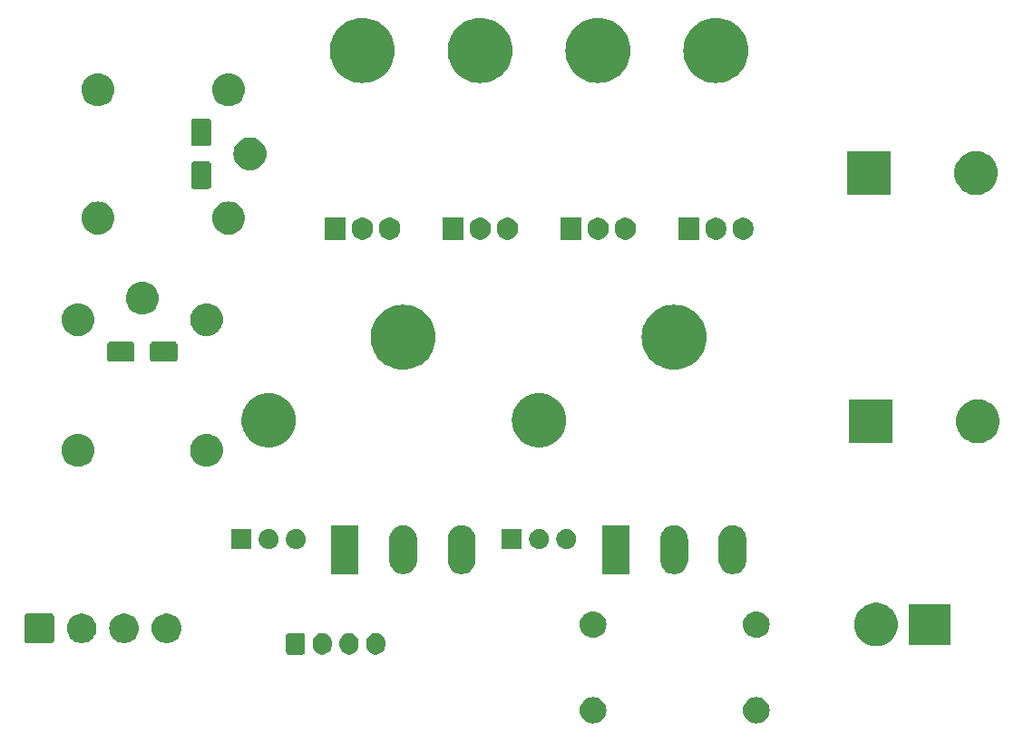
<source format=gbr>
%TF.GenerationSoftware,KiCad,Pcbnew,8.0.7-8.0.7-0~ubuntu20.04.1*%
%TF.CreationDate,2024-12-27T01:10:47+01:00*%
%TF.ProjectId,pcb_power,7063625f-706f-4776-9572-2e6b69636164,1.0.0*%
%TF.SameCoordinates,Original*%
%TF.FileFunction,Soldermask,Bot*%
%TF.FilePolarity,Negative*%
%FSLAX46Y46*%
G04 Gerber Fmt 4.6, Leading zero omitted, Abs format (unit mm)*
G04 Created by KiCad (PCBNEW 8.0.7-8.0.7-0~ubuntu20.04.1) date 2024-12-27 01:10:47*
%MOMM*%
%LPD*%
G01*
G04 APERTURE LIST*
G04 APERTURE END LIST*
G36*
X112294976Y-89280808D02*
G01*
X112503421Y-89336661D01*
X112699000Y-89427861D01*
X112875771Y-89551637D01*
X113028363Y-89704229D01*
X113152139Y-89881000D01*
X113243339Y-90076579D01*
X113299192Y-90285024D01*
X113318000Y-90500000D01*
X113299192Y-90714976D01*
X113243339Y-90923421D01*
X113152139Y-91119000D01*
X113028363Y-91295771D01*
X112875771Y-91448363D01*
X112699000Y-91572139D01*
X112503421Y-91663339D01*
X112294976Y-91719192D01*
X112080000Y-91738000D01*
X111865024Y-91719192D01*
X111656579Y-91663339D01*
X111461000Y-91572139D01*
X111284229Y-91448363D01*
X111131637Y-91295771D01*
X111007861Y-91119000D01*
X110916661Y-90923421D01*
X110860808Y-90714976D01*
X110842000Y-90500000D01*
X110860808Y-90285024D01*
X110916661Y-90076579D01*
X111007861Y-89881000D01*
X111131637Y-89704229D01*
X111284229Y-89551637D01*
X111461000Y-89427861D01*
X111656579Y-89336661D01*
X111865024Y-89280808D01*
X112080000Y-89262000D01*
X112294976Y-89280808D01*
G37*
G36*
X127534976Y-89280808D02*
G01*
X127743421Y-89336661D01*
X127939000Y-89427861D01*
X128115771Y-89551637D01*
X128268363Y-89704229D01*
X128392139Y-89881000D01*
X128483339Y-90076579D01*
X128539192Y-90285024D01*
X128558000Y-90500000D01*
X128539192Y-90714976D01*
X128483339Y-90923421D01*
X128392139Y-91119000D01*
X128268363Y-91295771D01*
X128115771Y-91448363D01*
X127939000Y-91572139D01*
X127743421Y-91663339D01*
X127534976Y-91719192D01*
X127320000Y-91738000D01*
X127105024Y-91719192D01*
X126896579Y-91663339D01*
X126701000Y-91572139D01*
X126524229Y-91448363D01*
X126371637Y-91295771D01*
X126247861Y-91119000D01*
X126156661Y-90923421D01*
X126100808Y-90714976D01*
X126082000Y-90500000D01*
X126100808Y-90285024D01*
X126156661Y-90076579D01*
X126247861Y-89881000D01*
X126371637Y-89704229D01*
X126524229Y-89551637D01*
X126701000Y-89427861D01*
X126896579Y-89336661D01*
X127105024Y-89280808D01*
X127320000Y-89262000D01*
X127534976Y-89280808D01*
G37*
G36*
X84965938Y-83294650D02*
G01*
X84970653Y-83296732D01*
X84973326Y-83297084D01*
X85006770Y-83312679D01*
X85062759Y-83337401D01*
X85137599Y-83412241D01*
X85162330Y-83468251D01*
X85177915Y-83501673D01*
X85178266Y-83504343D01*
X85180350Y-83509062D01*
X85188000Y-83575000D01*
X85188000Y-85025000D01*
X85180350Y-85090938D01*
X85178266Y-85095656D01*
X85177915Y-85098326D01*
X85162338Y-85131730D01*
X85137599Y-85187759D01*
X85062759Y-85262599D01*
X85006730Y-85287338D01*
X84973326Y-85302915D01*
X84970656Y-85303266D01*
X84965938Y-85305350D01*
X84900000Y-85313000D01*
X83700000Y-85313000D01*
X83634062Y-85305350D01*
X83629343Y-85303266D01*
X83626673Y-85302915D01*
X83593251Y-85287330D01*
X83537241Y-85262599D01*
X83462401Y-85187759D01*
X83437679Y-85131770D01*
X83422084Y-85098326D01*
X83421732Y-85095653D01*
X83419650Y-85090938D01*
X83412000Y-85025000D01*
X83412000Y-83575000D01*
X83419650Y-83509062D01*
X83421732Y-83504346D01*
X83422084Y-83501673D01*
X83437687Y-83468210D01*
X83462401Y-83412241D01*
X83537241Y-83337401D01*
X83593210Y-83312687D01*
X83626673Y-83297084D01*
X83629346Y-83296732D01*
X83634062Y-83294650D01*
X83700000Y-83287000D01*
X84900000Y-83287000D01*
X84965938Y-83294650D01*
G37*
G36*
X87057773Y-83325237D02*
G01*
X87218600Y-83391854D01*
X87363341Y-83488567D01*
X87486433Y-83611659D01*
X87583146Y-83756400D01*
X87649763Y-83917227D01*
X87683724Y-84087961D01*
X87688000Y-84175000D01*
X87688000Y-84425000D01*
X87683724Y-84512039D01*
X87649763Y-84682773D01*
X87583146Y-84843600D01*
X87486433Y-84988341D01*
X87363341Y-85111433D01*
X87218600Y-85208146D01*
X87057773Y-85274763D01*
X86887039Y-85308724D01*
X86712961Y-85308724D01*
X86542227Y-85274763D01*
X86381400Y-85208146D01*
X86236659Y-85111433D01*
X86113567Y-84988341D01*
X86016854Y-84843600D01*
X85950237Y-84682773D01*
X85916276Y-84512039D01*
X85912000Y-84425000D01*
X85912000Y-84175000D01*
X85916276Y-84087961D01*
X85950237Y-83917227D01*
X86016854Y-83756400D01*
X86113567Y-83611659D01*
X86236659Y-83488567D01*
X86381400Y-83391854D01*
X86542227Y-83325237D01*
X86712961Y-83291276D01*
X86887039Y-83291276D01*
X87057773Y-83325237D01*
G37*
G36*
X89557773Y-83325237D02*
G01*
X89718600Y-83391854D01*
X89863341Y-83488567D01*
X89986433Y-83611659D01*
X90083146Y-83756400D01*
X90149763Y-83917227D01*
X90183724Y-84087961D01*
X90188000Y-84175000D01*
X90188000Y-84425000D01*
X90183724Y-84512039D01*
X90149763Y-84682773D01*
X90083146Y-84843600D01*
X89986433Y-84988341D01*
X89863341Y-85111433D01*
X89718600Y-85208146D01*
X89557773Y-85274763D01*
X89387039Y-85308724D01*
X89212961Y-85308724D01*
X89042227Y-85274763D01*
X88881400Y-85208146D01*
X88736659Y-85111433D01*
X88613567Y-84988341D01*
X88516854Y-84843600D01*
X88450237Y-84682773D01*
X88416276Y-84512039D01*
X88412000Y-84425000D01*
X88412000Y-84175000D01*
X88416276Y-84087961D01*
X88450237Y-83917227D01*
X88516854Y-83756400D01*
X88613567Y-83611659D01*
X88736659Y-83488567D01*
X88881400Y-83391854D01*
X89042227Y-83325237D01*
X89212961Y-83291276D01*
X89387039Y-83291276D01*
X89557773Y-83325237D01*
G37*
G36*
X92057773Y-83325237D02*
G01*
X92218600Y-83391854D01*
X92363341Y-83488567D01*
X92486433Y-83611659D01*
X92583146Y-83756400D01*
X92649763Y-83917227D01*
X92683724Y-84087961D01*
X92688000Y-84175000D01*
X92688000Y-84425000D01*
X92683724Y-84512039D01*
X92649763Y-84682773D01*
X92583146Y-84843600D01*
X92486433Y-84988341D01*
X92363341Y-85111433D01*
X92218600Y-85208146D01*
X92057773Y-85274763D01*
X91887039Y-85308724D01*
X91712961Y-85308724D01*
X91542227Y-85274763D01*
X91381400Y-85208146D01*
X91236659Y-85111433D01*
X91113567Y-84988341D01*
X91016854Y-84843600D01*
X90950237Y-84682773D01*
X90916276Y-84512039D01*
X90912000Y-84425000D01*
X90912000Y-84175000D01*
X90916276Y-84087961D01*
X90950237Y-83917227D01*
X91016854Y-83756400D01*
X91113567Y-83611659D01*
X91236659Y-83488567D01*
X91381400Y-83391854D01*
X91542227Y-83325237D01*
X91712961Y-83291276D01*
X91887039Y-83291276D01*
X92057773Y-83325237D01*
G37*
G36*
X138914643Y-80504627D02*
G01*
X139182485Y-80579672D01*
X139437613Y-80690490D01*
X139675274Y-80835015D01*
X139891043Y-81010556D01*
X140080900Y-81213843D01*
X140241307Y-81441088D01*
X140369277Y-81688059D01*
X140462425Y-81950154D01*
X140519018Y-82222492D01*
X140538000Y-82500000D01*
X140519018Y-82777508D01*
X140462425Y-83049846D01*
X140369277Y-83311941D01*
X140241307Y-83558912D01*
X140080900Y-83786157D01*
X139891043Y-83989444D01*
X139675274Y-84164985D01*
X139437613Y-84309510D01*
X139182485Y-84420328D01*
X138914643Y-84495373D01*
X138639078Y-84533249D01*
X138360922Y-84533249D01*
X138085357Y-84495373D01*
X137817515Y-84420328D01*
X137562387Y-84309510D01*
X137324726Y-84164985D01*
X137108957Y-83989444D01*
X136919100Y-83786157D01*
X136758693Y-83558912D01*
X136630723Y-83311941D01*
X136537575Y-83049846D01*
X136480982Y-82777508D01*
X136462000Y-82500000D01*
X136480982Y-82222492D01*
X136537575Y-81950154D01*
X136630723Y-81688059D01*
X136758693Y-81441088D01*
X136919100Y-81213843D01*
X137108957Y-81010556D01*
X137324726Y-80835015D01*
X137562387Y-80690490D01*
X137817515Y-80579672D01*
X138085357Y-80504627D01*
X138360922Y-80466751D01*
X138639078Y-80466751D01*
X138914643Y-80504627D01*
G37*
G36*
X145414542Y-80564893D02*
G01*
X145426870Y-80573130D01*
X145435107Y-80585458D01*
X145438000Y-80600000D01*
X145438000Y-84400000D01*
X145435107Y-84414542D01*
X145426870Y-84426870D01*
X145414542Y-84435107D01*
X145400000Y-84438000D01*
X141600000Y-84438000D01*
X141585458Y-84435107D01*
X141573130Y-84426870D01*
X141564893Y-84414542D01*
X141562000Y-84400000D01*
X141562000Y-80600000D01*
X141564893Y-80585458D01*
X141573130Y-80573130D01*
X141585458Y-80564893D01*
X141600000Y-80562000D01*
X145400000Y-80562000D01*
X145414542Y-80564893D01*
G37*
G36*
X61548437Y-81469650D02*
G01*
X61553153Y-81471732D01*
X61555823Y-81472084D01*
X61589222Y-81487658D01*
X61645259Y-81512401D01*
X61720099Y-81587241D01*
X61744851Y-81643299D01*
X61760415Y-81676676D01*
X61760766Y-81679343D01*
X61762850Y-81684063D01*
X61770499Y-81750002D01*
X61770499Y-81753267D01*
X61770500Y-81753275D01*
X61770500Y-82923353D01*
X61770500Y-83949999D01*
X61762850Y-84015937D01*
X61760766Y-84020656D01*
X61760415Y-84023323D01*
X61744859Y-84056681D01*
X61720099Y-84112759D01*
X61645259Y-84187599D01*
X61589181Y-84212359D01*
X61555823Y-84227915D01*
X61553156Y-84228266D01*
X61548437Y-84230350D01*
X61482498Y-84237999D01*
X61479231Y-84237999D01*
X61479224Y-84238000D01*
X59285776Y-84238000D01*
X59285775Y-84237999D01*
X59282501Y-84238000D01*
X59216563Y-84230350D01*
X59211843Y-84228266D01*
X59209176Y-84227915D01*
X59175799Y-84212351D01*
X59119741Y-84187599D01*
X59044901Y-84112759D01*
X59020158Y-84056722D01*
X59004584Y-84023323D01*
X59004232Y-84020653D01*
X59002150Y-84015937D01*
X58994501Y-83949998D01*
X58994500Y-83946731D01*
X58994500Y-83946724D01*
X58994500Y-81753275D01*
X58994500Y-81753274D01*
X58994500Y-81750001D01*
X59002150Y-81684063D01*
X59004232Y-81679346D01*
X59004584Y-81676676D01*
X59020166Y-81643258D01*
X59044901Y-81587241D01*
X59119741Y-81512401D01*
X59175758Y-81487666D01*
X59209176Y-81472084D01*
X59211846Y-81471732D01*
X59216563Y-81469650D01*
X59282502Y-81462001D01*
X59285768Y-81462000D01*
X59285776Y-81462000D01*
X61479224Y-81462000D01*
X61482499Y-81462000D01*
X61548437Y-81469650D01*
G37*
G36*
X64683234Y-81504472D02*
G01*
X64900053Y-81578907D01*
X65101664Y-81688013D01*
X65282567Y-81828815D01*
X65437827Y-81997473D01*
X65563210Y-82189385D01*
X65655294Y-82399317D01*
X65711569Y-82621543D01*
X65730500Y-82850000D01*
X65711569Y-83078457D01*
X65655294Y-83300683D01*
X65563210Y-83510615D01*
X65437827Y-83702527D01*
X65282567Y-83871185D01*
X65101664Y-84011987D01*
X64900053Y-84121093D01*
X64683234Y-84195528D01*
X64457120Y-84233259D01*
X64227880Y-84233259D01*
X64001766Y-84195528D01*
X63784947Y-84121093D01*
X63583336Y-84011987D01*
X63402433Y-83871185D01*
X63247173Y-83702527D01*
X63121790Y-83510615D01*
X63029706Y-83300683D01*
X62973431Y-83078457D01*
X62954500Y-82850000D01*
X62973431Y-82621543D01*
X63029706Y-82399317D01*
X63121790Y-82189385D01*
X63247173Y-81997473D01*
X63402433Y-81828815D01*
X63583336Y-81688013D01*
X63784947Y-81578907D01*
X64001766Y-81504472D01*
X64227880Y-81466741D01*
X64457120Y-81466741D01*
X64683234Y-81504472D01*
G37*
G36*
X68643234Y-81504472D02*
G01*
X68860053Y-81578907D01*
X69061664Y-81688013D01*
X69242567Y-81828815D01*
X69397827Y-81997473D01*
X69523210Y-82189385D01*
X69615294Y-82399317D01*
X69671569Y-82621543D01*
X69690500Y-82850000D01*
X69671569Y-83078457D01*
X69615294Y-83300683D01*
X69523210Y-83510615D01*
X69397827Y-83702527D01*
X69242567Y-83871185D01*
X69061664Y-84011987D01*
X68860053Y-84121093D01*
X68643234Y-84195528D01*
X68417120Y-84233259D01*
X68187880Y-84233259D01*
X67961766Y-84195528D01*
X67744947Y-84121093D01*
X67543336Y-84011987D01*
X67362433Y-83871185D01*
X67207173Y-83702527D01*
X67081790Y-83510615D01*
X66989706Y-83300683D01*
X66933431Y-83078457D01*
X66914500Y-82850000D01*
X66933431Y-82621543D01*
X66989706Y-82399317D01*
X67081790Y-82189385D01*
X67207173Y-81997473D01*
X67362433Y-81828815D01*
X67543336Y-81688013D01*
X67744947Y-81578907D01*
X67961766Y-81504472D01*
X68187880Y-81466741D01*
X68417120Y-81466741D01*
X68643234Y-81504472D01*
G37*
G36*
X72603234Y-81504472D02*
G01*
X72820053Y-81578907D01*
X73021664Y-81688013D01*
X73202567Y-81828815D01*
X73357827Y-81997473D01*
X73483210Y-82189385D01*
X73575294Y-82399317D01*
X73631569Y-82621543D01*
X73650500Y-82850000D01*
X73631569Y-83078457D01*
X73575294Y-83300683D01*
X73483210Y-83510615D01*
X73357827Y-83702527D01*
X73202567Y-83871185D01*
X73021664Y-84011987D01*
X72820053Y-84121093D01*
X72603234Y-84195528D01*
X72377120Y-84233259D01*
X72147880Y-84233259D01*
X71921766Y-84195528D01*
X71704947Y-84121093D01*
X71503336Y-84011987D01*
X71322433Y-83871185D01*
X71167173Y-83702527D01*
X71041790Y-83510615D01*
X70949706Y-83300683D01*
X70893431Y-83078457D01*
X70874500Y-82850000D01*
X70893431Y-82621543D01*
X70949706Y-82399317D01*
X71041790Y-82189385D01*
X71167173Y-81997473D01*
X71322433Y-81828815D01*
X71503336Y-81688013D01*
X71704947Y-81578907D01*
X71921766Y-81504472D01*
X72147880Y-81466741D01*
X72377120Y-81466741D01*
X72603234Y-81504472D01*
G37*
G36*
X112294976Y-81280808D02*
G01*
X112503421Y-81336661D01*
X112699000Y-81427861D01*
X112875771Y-81551637D01*
X113028363Y-81704229D01*
X113152139Y-81881000D01*
X113243339Y-82076579D01*
X113299192Y-82285024D01*
X113318000Y-82500000D01*
X113299192Y-82714976D01*
X113243339Y-82923421D01*
X113152139Y-83119000D01*
X113028363Y-83295771D01*
X112875771Y-83448363D01*
X112699000Y-83572139D01*
X112503421Y-83663339D01*
X112294976Y-83719192D01*
X112080000Y-83738000D01*
X111865024Y-83719192D01*
X111656579Y-83663339D01*
X111461000Y-83572139D01*
X111284229Y-83448363D01*
X111131637Y-83295771D01*
X111007861Y-83119000D01*
X110916661Y-82923421D01*
X110860808Y-82714976D01*
X110842000Y-82500000D01*
X110860808Y-82285024D01*
X110916661Y-82076579D01*
X111007861Y-81881000D01*
X111131637Y-81704229D01*
X111284229Y-81551637D01*
X111461000Y-81427861D01*
X111656579Y-81336661D01*
X111865024Y-81280808D01*
X112080000Y-81262000D01*
X112294976Y-81280808D01*
G37*
G36*
X127534976Y-81280808D02*
G01*
X127743421Y-81336661D01*
X127939000Y-81427861D01*
X128115771Y-81551637D01*
X128268363Y-81704229D01*
X128392139Y-81881000D01*
X128483339Y-82076579D01*
X128539192Y-82285024D01*
X128558000Y-82500000D01*
X128539192Y-82714976D01*
X128483339Y-82923421D01*
X128392139Y-83119000D01*
X128268363Y-83295771D01*
X128115771Y-83448363D01*
X127939000Y-83572139D01*
X127743421Y-83663339D01*
X127534976Y-83719192D01*
X127320000Y-83738000D01*
X127105024Y-83719192D01*
X126896579Y-83663339D01*
X126701000Y-83572139D01*
X126524229Y-83448363D01*
X126371637Y-83295771D01*
X126247861Y-83119000D01*
X126156661Y-82923421D01*
X126100808Y-82714976D01*
X126082000Y-82500000D01*
X126100808Y-82285024D01*
X126156661Y-82076579D01*
X126247861Y-81881000D01*
X126371637Y-81704229D01*
X126524229Y-81551637D01*
X126701000Y-81427861D01*
X126896579Y-81336661D01*
X127105024Y-81280808D01*
X127320000Y-81262000D01*
X127534976Y-81280808D01*
G37*
G36*
X90164542Y-73214893D02*
G01*
X90176870Y-73223130D01*
X90185107Y-73235458D01*
X90188000Y-73250000D01*
X90188000Y-77750000D01*
X90185107Y-77764542D01*
X90176870Y-77776870D01*
X90164542Y-77785107D01*
X90150000Y-77788000D01*
X87650000Y-77788000D01*
X87635458Y-77785107D01*
X87623130Y-77776870D01*
X87614893Y-77764542D01*
X87612000Y-77750000D01*
X87612000Y-73250000D01*
X87614893Y-73235458D01*
X87623130Y-73223130D01*
X87635458Y-73214893D01*
X87650000Y-73212000D01*
X90150000Y-73212000D01*
X90164542Y-73214893D01*
G37*
G36*
X115464542Y-73214893D02*
G01*
X115476870Y-73223130D01*
X115485107Y-73235458D01*
X115488000Y-73250000D01*
X115488000Y-77750000D01*
X115485107Y-77764542D01*
X115476870Y-77776870D01*
X115464542Y-77785107D01*
X115450000Y-77788000D01*
X112950000Y-77788000D01*
X112935458Y-77785107D01*
X112923130Y-77776870D01*
X112914893Y-77764542D01*
X112912000Y-77750000D01*
X112912000Y-73250000D01*
X112914893Y-73235458D01*
X112923130Y-73223130D01*
X112935458Y-73214893D01*
X112950000Y-73212000D01*
X115450000Y-73212000D01*
X115464542Y-73214893D01*
G37*
G36*
X94650678Y-73247588D02*
G01*
X94842896Y-73310043D01*
X95022978Y-73401799D01*
X95186489Y-73520597D01*
X95329403Y-73663511D01*
X95448201Y-73827022D01*
X95539957Y-74007104D01*
X95602412Y-74199322D01*
X95634030Y-74398945D01*
X95638000Y-74500000D01*
X95638000Y-76500000D01*
X95634030Y-76601055D01*
X95602412Y-76800678D01*
X95539957Y-76992896D01*
X95448201Y-77172978D01*
X95329403Y-77336489D01*
X95186489Y-77479403D01*
X95022978Y-77598201D01*
X94842896Y-77689957D01*
X94650678Y-77752412D01*
X94451055Y-77784030D01*
X94248945Y-77784030D01*
X94049322Y-77752412D01*
X93857104Y-77689957D01*
X93677022Y-77598201D01*
X93513511Y-77479403D01*
X93370597Y-77336489D01*
X93251799Y-77172978D01*
X93160043Y-76992896D01*
X93097588Y-76800678D01*
X93065970Y-76601055D01*
X93062000Y-76500000D01*
X93062000Y-74500000D01*
X93065970Y-74398945D01*
X93097588Y-74199322D01*
X93160043Y-74007104D01*
X93251799Y-73827022D01*
X93370597Y-73663511D01*
X93513511Y-73520597D01*
X93677022Y-73401799D01*
X93857104Y-73310043D01*
X94049322Y-73247588D01*
X94248945Y-73215970D01*
X94451055Y-73215970D01*
X94650678Y-73247588D01*
G37*
G36*
X100100678Y-73247588D02*
G01*
X100292896Y-73310043D01*
X100472978Y-73401799D01*
X100636489Y-73520597D01*
X100779403Y-73663511D01*
X100898201Y-73827022D01*
X100989957Y-74007104D01*
X101052412Y-74199322D01*
X101084030Y-74398945D01*
X101088000Y-74500000D01*
X101088000Y-76500000D01*
X101084030Y-76601055D01*
X101052412Y-76800678D01*
X100989957Y-76992896D01*
X100898201Y-77172978D01*
X100779403Y-77336489D01*
X100636489Y-77479403D01*
X100472978Y-77598201D01*
X100292896Y-77689957D01*
X100100678Y-77752412D01*
X99901055Y-77784030D01*
X99698945Y-77784030D01*
X99499322Y-77752412D01*
X99307104Y-77689957D01*
X99127022Y-77598201D01*
X98963511Y-77479403D01*
X98820597Y-77336489D01*
X98701799Y-77172978D01*
X98610043Y-76992896D01*
X98547588Y-76800678D01*
X98515970Y-76601055D01*
X98512000Y-76500000D01*
X98512000Y-74500000D01*
X98515970Y-74398945D01*
X98547588Y-74199322D01*
X98610043Y-74007104D01*
X98701799Y-73827022D01*
X98820597Y-73663511D01*
X98963511Y-73520597D01*
X99127022Y-73401799D01*
X99307104Y-73310043D01*
X99499322Y-73247588D01*
X99698945Y-73215970D01*
X99901055Y-73215970D01*
X100100678Y-73247588D01*
G37*
G36*
X119950678Y-73247588D02*
G01*
X120142896Y-73310043D01*
X120322978Y-73401799D01*
X120486489Y-73520597D01*
X120629403Y-73663511D01*
X120748201Y-73827022D01*
X120839957Y-74007104D01*
X120902412Y-74199322D01*
X120934030Y-74398945D01*
X120938000Y-74500000D01*
X120938000Y-76500000D01*
X120934030Y-76601055D01*
X120902412Y-76800678D01*
X120839957Y-76992896D01*
X120748201Y-77172978D01*
X120629403Y-77336489D01*
X120486489Y-77479403D01*
X120322978Y-77598201D01*
X120142896Y-77689957D01*
X119950678Y-77752412D01*
X119751055Y-77784030D01*
X119548945Y-77784030D01*
X119349322Y-77752412D01*
X119157104Y-77689957D01*
X118977022Y-77598201D01*
X118813511Y-77479403D01*
X118670597Y-77336489D01*
X118551799Y-77172978D01*
X118460043Y-76992896D01*
X118397588Y-76800678D01*
X118365970Y-76601055D01*
X118362000Y-76500000D01*
X118362000Y-74500000D01*
X118365970Y-74398945D01*
X118397588Y-74199322D01*
X118460043Y-74007104D01*
X118551799Y-73827022D01*
X118670597Y-73663511D01*
X118813511Y-73520597D01*
X118977022Y-73401799D01*
X119157104Y-73310043D01*
X119349322Y-73247588D01*
X119548945Y-73215970D01*
X119751055Y-73215970D01*
X119950678Y-73247588D01*
G37*
G36*
X125400678Y-73247588D02*
G01*
X125592896Y-73310043D01*
X125772978Y-73401799D01*
X125936489Y-73520597D01*
X126079403Y-73663511D01*
X126198201Y-73827022D01*
X126289957Y-74007104D01*
X126352412Y-74199322D01*
X126384030Y-74398945D01*
X126388000Y-74500000D01*
X126388000Y-76500000D01*
X126384030Y-76601055D01*
X126352412Y-76800678D01*
X126289957Y-76992896D01*
X126198201Y-77172978D01*
X126079403Y-77336489D01*
X125936489Y-77479403D01*
X125772978Y-77598201D01*
X125592896Y-77689957D01*
X125400678Y-77752412D01*
X125201055Y-77784030D01*
X124998945Y-77784030D01*
X124799322Y-77752412D01*
X124607104Y-77689957D01*
X124427022Y-77598201D01*
X124263511Y-77479403D01*
X124120597Y-77336489D01*
X124001799Y-77172978D01*
X123910043Y-76992896D01*
X123847588Y-76800678D01*
X123815970Y-76601055D01*
X123812000Y-76500000D01*
X123812000Y-74500000D01*
X123815970Y-74398945D01*
X123847588Y-74199322D01*
X123910043Y-74007104D01*
X124001799Y-73827022D01*
X124120597Y-73663511D01*
X124263511Y-73520597D01*
X124427022Y-73401799D01*
X124607104Y-73310043D01*
X124799322Y-73247588D01*
X124998945Y-73215970D01*
X125201055Y-73215970D01*
X125400678Y-73247588D01*
G37*
G36*
X80164542Y-73564893D02*
G01*
X80176870Y-73573130D01*
X80185107Y-73585458D01*
X80188000Y-73600000D01*
X80188000Y-75400000D01*
X80185107Y-75414542D01*
X80176870Y-75426870D01*
X80164542Y-75435107D01*
X80150000Y-75438000D01*
X78350000Y-75438000D01*
X78335458Y-75435107D01*
X78323130Y-75426870D01*
X78314893Y-75414542D01*
X78312000Y-75400000D01*
X78312000Y-73600000D01*
X78314893Y-73585458D01*
X78323130Y-73573130D01*
X78335458Y-73564893D01*
X78350000Y-73562000D01*
X80150000Y-73562000D01*
X80164542Y-73564893D01*
G37*
G36*
X105414542Y-73564893D02*
G01*
X105426870Y-73573130D01*
X105435107Y-73585458D01*
X105438000Y-73600000D01*
X105438000Y-75400000D01*
X105435107Y-75414542D01*
X105426870Y-75426870D01*
X105414542Y-75435107D01*
X105400000Y-75438000D01*
X103600000Y-75438000D01*
X103585458Y-75435107D01*
X103573130Y-75426870D01*
X103564893Y-75414542D01*
X103562000Y-75400000D01*
X103562000Y-73600000D01*
X103564893Y-73585458D01*
X103573130Y-73573130D01*
X103585458Y-73564893D01*
X103600000Y-73562000D01*
X105400000Y-73562000D01*
X105414542Y-73564893D01*
G37*
G36*
X81839719Y-73567138D02*
G01*
X81888048Y-73567138D01*
X81929779Y-73576008D01*
X81972946Y-73580260D01*
X82027183Y-73596712D01*
X82079858Y-73607909D01*
X82113560Y-73622914D01*
X82148866Y-73633624D01*
X82204967Y-73663611D01*
X82259000Y-73687668D01*
X82284124Y-73705922D01*
X82310988Y-73720281D01*
X82365788Y-73765254D01*
X82417645Y-73802930D01*
X82434480Y-73821627D01*
X82453095Y-73836904D01*
X82503115Y-73897854D01*
X82548858Y-73948657D01*
X82558469Y-73965304D01*
X82569718Y-73979011D01*
X82611336Y-74056872D01*
X82646906Y-74118481D01*
X82650996Y-74131070D01*
X82656375Y-74141133D01*
X82686031Y-74238897D01*
X82707502Y-74304979D01*
X82708257Y-74312170D01*
X82709739Y-74317053D01*
X82724154Y-74463408D01*
X82728000Y-74500000D01*
X82724153Y-74536594D01*
X82709739Y-74682946D01*
X82708258Y-74687828D01*
X82707502Y-74695021D01*
X82686026Y-74761116D01*
X82656375Y-74858866D01*
X82650997Y-74868926D01*
X82646906Y-74881519D01*
X82611329Y-74943139D01*
X82569718Y-75020988D01*
X82558471Y-75034692D01*
X82548858Y-75051343D01*
X82503105Y-75102156D01*
X82453095Y-75163095D01*
X82434483Y-75178368D01*
X82417645Y-75197070D01*
X82365778Y-75234753D01*
X82310988Y-75279718D01*
X82284129Y-75294074D01*
X82259000Y-75312332D01*
X82204956Y-75336393D01*
X82148866Y-75366375D01*
X82113567Y-75377082D01*
X82079858Y-75392091D01*
X82027172Y-75403289D01*
X81972946Y-75419739D01*
X81929787Y-75423989D01*
X81888048Y-75432862D01*
X81839709Y-75432862D01*
X81790000Y-75437758D01*
X81740291Y-75432862D01*
X81691952Y-75432862D01*
X81650212Y-75423989D01*
X81607053Y-75419739D01*
X81552824Y-75403289D01*
X81500142Y-75392091D01*
X81466434Y-75377083D01*
X81431133Y-75366375D01*
X81375037Y-75336391D01*
X81321000Y-75312332D01*
X81295872Y-75294076D01*
X81269011Y-75279718D01*
X81214213Y-75234747D01*
X81162355Y-75197070D01*
X81145519Y-75178371D01*
X81126904Y-75163095D01*
X81076882Y-75102143D01*
X81031142Y-75051343D01*
X81021531Y-75034696D01*
X81010281Y-75020988D01*
X80968657Y-74943116D01*
X80933094Y-74881519D01*
X80929004Y-74868931D01*
X80923624Y-74858866D01*
X80893958Y-74761070D01*
X80872498Y-74695021D01*
X80871742Y-74687833D01*
X80870260Y-74682946D01*
X80855830Y-74536442D01*
X80852000Y-74500000D01*
X80855830Y-74463560D01*
X80870260Y-74317053D01*
X80871742Y-74312165D01*
X80872498Y-74304979D01*
X80893953Y-74238943D01*
X80923624Y-74141133D01*
X80929004Y-74131066D01*
X80933094Y-74118481D01*
X80968649Y-74056896D01*
X81010281Y-73979011D01*
X81021533Y-73965300D01*
X81031142Y-73948657D01*
X81076873Y-73897866D01*
X81126904Y-73836904D01*
X81145522Y-73821624D01*
X81162355Y-73802930D01*
X81214202Y-73765260D01*
X81269011Y-73720281D01*
X81295878Y-73705920D01*
X81321000Y-73687668D01*
X81375026Y-73663613D01*
X81431133Y-73633624D01*
X81466441Y-73622913D01*
X81500142Y-73607909D01*
X81552813Y-73596713D01*
X81607053Y-73580260D01*
X81650221Y-73576008D01*
X81691952Y-73567138D01*
X81740281Y-73567138D01*
X81790000Y-73562241D01*
X81839719Y-73567138D01*
G37*
G36*
X84379719Y-73567138D02*
G01*
X84428048Y-73567138D01*
X84469779Y-73576008D01*
X84512946Y-73580260D01*
X84567183Y-73596712D01*
X84619858Y-73607909D01*
X84653560Y-73622914D01*
X84688866Y-73633624D01*
X84744967Y-73663611D01*
X84799000Y-73687668D01*
X84824124Y-73705922D01*
X84850988Y-73720281D01*
X84905788Y-73765254D01*
X84957645Y-73802930D01*
X84974480Y-73821627D01*
X84993095Y-73836904D01*
X85043115Y-73897854D01*
X85088858Y-73948657D01*
X85098469Y-73965304D01*
X85109718Y-73979011D01*
X85151336Y-74056872D01*
X85186906Y-74118481D01*
X85190996Y-74131070D01*
X85196375Y-74141133D01*
X85226031Y-74238897D01*
X85247502Y-74304979D01*
X85248257Y-74312170D01*
X85249739Y-74317053D01*
X85264154Y-74463408D01*
X85268000Y-74500000D01*
X85264153Y-74536594D01*
X85249739Y-74682946D01*
X85248258Y-74687828D01*
X85247502Y-74695021D01*
X85226026Y-74761116D01*
X85196375Y-74858866D01*
X85190997Y-74868926D01*
X85186906Y-74881519D01*
X85151329Y-74943139D01*
X85109718Y-75020988D01*
X85098471Y-75034692D01*
X85088858Y-75051343D01*
X85043105Y-75102156D01*
X84993095Y-75163095D01*
X84974483Y-75178368D01*
X84957645Y-75197070D01*
X84905778Y-75234753D01*
X84850988Y-75279718D01*
X84824129Y-75294074D01*
X84799000Y-75312332D01*
X84744956Y-75336393D01*
X84688866Y-75366375D01*
X84653567Y-75377082D01*
X84619858Y-75392091D01*
X84567172Y-75403289D01*
X84512946Y-75419739D01*
X84469787Y-75423989D01*
X84428048Y-75432862D01*
X84379709Y-75432862D01*
X84330000Y-75437758D01*
X84280291Y-75432862D01*
X84231952Y-75432862D01*
X84190212Y-75423989D01*
X84147053Y-75419739D01*
X84092824Y-75403289D01*
X84040142Y-75392091D01*
X84006434Y-75377083D01*
X83971133Y-75366375D01*
X83915037Y-75336391D01*
X83861000Y-75312332D01*
X83835872Y-75294076D01*
X83809011Y-75279718D01*
X83754213Y-75234747D01*
X83702355Y-75197070D01*
X83685519Y-75178371D01*
X83666904Y-75163095D01*
X83616882Y-75102143D01*
X83571142Y-75051343D01*
X83561531Y-75034696D01*
X83550281Y-75020988D01*
X83508657Y-74943116D01*
X83473094Y-74881519D01*
X83469004Y-74868931D01*
X83463624Y-74858866D01*
X83433958Y-74761070D01*
X83412498Y-74695021D01*
X83411742Y-74687833D01*
X83410260Y-74682946D01*
X83395830Y-74536442D01*
X83392000Y-74500000D01*
X83395830Y-74463560D01*
X83410260Y-74317053D01*
X83411742Y-74312165D01*
X83412498Y-74304979D01*
X83433953Y-74238943D01*
X83463624Y-74141133D01*
X83469004Y-74131066D01*
X83473094Y-74118481D01*
X83508649Y-74056896D01*
X83550281Y-73979011D01*
X83561533Y-73965300D01*
X83571142Y-73948657D01*
X83616873Y-73897866D01*
X83666904Y-73836904D01*
X83685522Y-73821624D01*
X83702355Y-73802930D01*
X83754202Y-73765260D01*
X83809011Y-73720281D01*
X83835878Y-73705920D01*
X83861000Y-73687668D01*
X83915026Y-73663613D01*
X83971133Y-73633624D01*
X84006441Y-73622913D01*
X84040142Y-73607909D01*
X84092813Y-73596713D01*
X84147053Y-73580260D01*
X84190221Y-73576008D01*
X84231952Y-73567138D01*
X84280281Y-73567138D01*
X84330000Y-73562241D01*
X84379719Y-73567138D01*
G37*
G36*
X107089719Y-73567138D02*
G01*
X107138048Y-73567138D01*
X107179779Y-73576008D01*
X107222946Y-73580260D01*
X107277183Y-73596712D01*
X107329858Y-73607909D01*
X107363560Y-73622914D01*
X107398866Y-73633624D01*
X107454967Y-73663611D01*
X107509000Y-73687668D01*
X107534124Y-73705922D01*
X107560988Y-73720281D01*
X107615788Y-73765254D01*
X107667645Y-73802930D01*
X107684480Y-73821627D01*
X107703095Y-73836904D01*
X107753115Y-73897854D01*
X107798858Y-73948657D01*
X107808469Y-73965304D01*
X107819718Y-73979011D01*
X107861336Y-74056872D01*
X107896906Y-74118481D01*
X107900996Y-74131070D01*
X107906375Y-74141133D01*
X107936031Y-74238897D01*
X107957502Y-74304979D01*
X107958257Y-74312170D01*
X107959739Y-74317053D01*
X107974154Y-74463408D01*
X107978000Y-74500000D01*
X107974153Y-74536594D01*
X107959739Y-74682946D01*
X107958258Y-74687828D01*
X107957502Y-74695021D01*
X107936026Y-74761116D01*
X107906375Y-74858866D01*
X107900997Y-74868926D01*
X107896906Y-74881519D01*
X107861329Y-74943139D01*
X107819718Y-75020988D01*
X107808471Y-75034692D01*
X107798858Y-75051343D01*
X107753105Y-75102156D01*
X107703095Y-75163095D01*
X107684483Y-75178368D01*
X107667645Y-75197070D01*
X107615778Y-75234753D01*
X107560988Y-75279718D01*
X107534129Y-75294074D01*
X107509000Y-75312332D01*
X107454956Y-75336393D01*
X107398866Y-75366375D01*
X107363567Y-75377082D01*
X107329858Y-75392091D01*
X107277172Y-75403289D01*
X107222946Y-75419739D01*
X107179787Y-75423989D01*
X107138048Y-75432862D01*
X107089709Y-75432862D01*
X107040000Y-75437758D01*
X106990291Y-75432862D01*
X106941952Y-75432862D01*
X106900212Y-75423989D01*
X106857053Y-75419739D01*
X106802824Y-75403289D01*
X106750142Y-75392091D01*
X106716434Y-75377083D01*
X106681133Y-75366375D01*
X106625037Y-75336391D01*
X106571000Y-75312332D01*
X106545872Y-75294076D01*
X106519011Y-75279718D01*
X106464213Y-75234747D01*
X106412355Y-75197070D01*
X106395519Y-75178371D01*
X106376904Y-75163095D01*
X106326882Y-75102143D01*
X106281142Y-75051343D01*
X106271531Y-75034696D01*
X106260281Y-75020988D01*
X106218657Y-74943116D01*
X106183094Y-74881519D01*
X106179004Y-74868931D01*
X106173624Y-74858866D01*
X106143958Y-74761070D01*
X106122498Y-74695021D01*
X106121742Y-74687833D01*
X106120260Y-74682946D01*
X106105830Y-74536442D01*
X106102000Y-74500000D01*
X106105830Y-74463560D01*
X106120260Y-74317053D01*
X106121742Y-74312165D01*
X106122498Y-74304979D01*
X106143953Y-74238943D01*
X106173624Y-74141133D01*
X106179004Y-74131066D01*
X106183094Y-74118481D01*
X106218649Y-74056896D01*
X106260281Y-73979011D01*
X106271533Y-73965300D01*
X106281142Y-73948657D01*
X106326873Y-73897866D01*
X106376904Y-73836904D01*
X106395522Y-73821624D01*
X106412355Y-73802930D01*
X106464202Y-73765260D01*
X106519011Y-73720281D01*
X106545878Y-73705920D01*
X106571000Y-73687668D01*
X106625026Y-73663613D01*
X106681133Y-73633624D01*
X106716441Y-73622913D01*
X106750142Y-73607909D01*
X106802813Y-73596713D01*
X106857053Y-73580260D01*
X106900221Y-73576008D01*
X106941952Y-73567138D01*
X106990281Y-73567138D01*
X107040000Y-73562241D01*
X107089719Y-73567138D01*
G37*
G36*
X109629719Y-73567138D02*
G01*
X109678048Y-73567138D01*
X109719779Y-73576008D01*
X109762946Y-73580260D01*
X109817183Y-73596712D01*
X109869858Y-73607909D01*
X109903560Y-73622914D01*
X109938866Y-73633624D01*
X109994967Y-73663611D01*
X110049000Y-73687668D01*
X110074124Y-73705922D01*
X110100988Y-73720281D01*
X110155788Y-73765254D01*
X110207645Y-73802930D01*
X110224480Y-73821627D01*
X110243095Y-73836904D01*
X110293115Y-73897854D01*
X110338858Y-73948657D01*
X110348469Y-73965304D01*
X110359718Y-73979011D01*
X110401336Y-74056872D01*
X110436906Y-74118481D01*
X110440996Y-74131070D01*
X110446375Y-74141133D01*
X110476031Y-74238897D01*
X110497502Y-74304979D01*
X110498257Y-74312170D01*
X110499739Y-74317053D01*
X110514154Y-74463408D01*
X110518000Y-74500000D01*
X110514153Y-74536594D01*
X110499739Y-74682946D01*
X110498258Y-74687828D01*
X110497502Y-74695021D01*
X110476026Y-74761116D01*
X110446375Y-74858866D01*
X110440997Y-74868926D01*
X110436906Y-74881519D01*
X110401329Y-74943139D01*
X110359718Y-75020988D01*
X110348471Y-75034692D01*
X110338858Y-75051343D01*
X110293105Y-75102156D01*
X110243095Y-75163095D01*
X110224483Y-75178368D01*
X110207645Y-75197070D01*
X110155778Y-75234753D01*
X110100988Y-75279718D01*
X110074129Y-75294074D01*
X110049000Y-75312332D01*
X109994956Y-75336393D01*
X109938866Y-75366375D01*
X109903567Y-75377082D01*
X109869858Y-75392091D01*
X109817172Y-75403289D01*
X109762946Y-75419739D01*
X109719787Y-75423989D01*
X109678048Y-75432862D01*
X109629709Y-75432862D01*
X109580000Y-75437758D01*
X109530291Y-75432862D01*
X109481952Y-75432862D01*
X109440212Y-75423989D01*
X109397053Y-75419739D01*
X109342824Y-75403289D01*
X109290142Y-75392091D01*
X109256434Y-75377083D01*
X109221133Y-75366375D01*
X109165037Y-75336391D01*
X109111000Y-75312332D01*
X109085872Y-75294076D01*
X109059011Y-75279718D01*
X109004213Y-75234747D01*
X108952355Y-75197070D01*
X108935519Y-75178371D01*
X108916904Y-75163095D01*
X108866882Y-75102143D01*
X108821142Y-75051343D01*
X108811531Y-75034696D01*
X108800281Y-75020988D01*
X108758657Y-74943116D01*
X108723094Y-74881519D01*
X108719004Y-74868931D01*
X108713624Y-74858866D01*
X108683958Y-74761070D01*
X108662498Y-74695021D01*
X108661742Y-74687833D01*
X108660260Y-74682946D01*
X108645830Y-74536442D01*
X108642000Y-74500000D01*
X108645830Y-74463560D01*
X108660260Y-74317053D01*
X108661742Y-74312165D01*
X108662498Y-74304979D01*
X108683953Y-74238943D01*
X108713624Y-74141133D01*
X108719004Y-74131066D01*
X108723094Y-74118481D01*
X108758649Y-74056896D01*
X108800281Y-73979011D01*
X108811533Y-73965300D01*
X108821142Y-73948657D01*
X108866873Y-73897866D01*
X108916904Y-73836904D01*
X108935522Y-73821624D01*
X108952355Y-73802930D01*
X109004202Y-73765260D01*
X109059011Y-73720281D01*
X109085878Y-73705920D01*
X109111000Y-73687668D01*
X109165026Y-73663613D01*
X109221133Y-73633624D01*
X109256441Y-73622913D01*
X109290142Y-73607909D01*
X109342813Y-73596713D01*
X109397053Y-73580260D01*
X109440221Y-73576008D01*
X109481952Y-73567138D01*
X109530281Y-73567138D01*
X109580000Y-73562241D01*
X109629719Y-73567138D01*
G37*
G36*
X64240596Y-64680935D02*
G01*
X64475268Y-64737275D01*
X64698237Y-64829632D01*
X64904014Y-64955732D01*
X65087530Y-65112470D01*
X65244268Y-65295986D01*
X65370368Y-65501763D01*
X65462725Y-65724732D01*
X65519065Y-65959404D01*
X65538000Y-66200000D01*
X65519065Y-66440596D01*
X65462725Y-66675268D01*
X65370368Y-66898237D01*
X65244268Y-67104014D01*
X65087530Y-67287530D01*
X64904014Y-67444268D01*
X64698237Y-67570368D01*
X64475268Y-67662725D01*
X64240596Y-67719065D01*
X64000000Y-67738000D01*
X63759404Y-67719065D01*
X63524732Y-67662725D01*
X63301763Y-67570368D01*
X63095986Y-67444268D01*
X62912470Y-67287530D01*
X62755732Y-67104014D01*
X62629632Y-66898237D01*
X62537275Y-66675268D01*
X62480935Y-66440596D01*
X62462000Y-66200000D01*
X62480935Y-65959404D01*
X62537275Y-65724732D01*
X62629632Y-65501763D01*
X62755732Y-65295986D01*
X62912470Y-65112470D01*
X63095986Y-64955732D01*
X63301763Y-64829632D01*
X63524732Y-64737275D01*
X63759404Y-64680935D01*
X64000000Y-64662000D01*
X64240596Y-64680935D01*
G37*
G36*
X76240596Y-64680935D02*
G01*
X76475268Y-64737275D01*
X76698237Y-64829632D01*
X76904014Y-64955732D01*
X77087530Y-65112470D01*
X77244268Y-65295986D01*
X77370368Y-65501763D01*
X77462725Y-65724732D01*
X77519065Y-65959404D01*
X77538000Y-66200000D01*
X77519065Y-66440596D01*
X77462725Y-66675268D01*
X77370368Y-66898237D01*
X77244268Y-67104014D01*
X77087530Y-67287530D01*
X76904014Y-67444268D01*
X76698237Y-67570368D01*
X76475268Y-67662725D01*
X76240596Y-67719065D01*
X76000000Y-67738000D01*
X75759404Y-67719065D01*
X75524732Y-67662725D01*
X75301763Y-67570368D01*
X75095986Y-67444268D01*
X74912470Y-67287530D01*
X74755732Y-67104014D01*
X74629632Y-66898237D01*
X74537275Y-66675268D01*
X74480935Y-66440596D01*
X74462000Y-66200000D01*
X74480935Y-65959404D01*
X74537275Y-65724732D01*
X74629632Y-65501763D01*
X74755732Y-65295986D01*
X74912470Y-65112470D01*
X75095986Y-64955732D01*
X75301763Y-64829632D01*
X75524732Y-64737275D01*
X75759404Y-64680935D01*
X76000000Y-64662000D01*
X76240596Y-64680935D01*
G37*
G36*
X81871289Y-60867008D02*
G01*
X81949362Y-60867008D01*
X82021086Y-60876068D01*
X82095912Y-60880595D01*
X82182448Y-60896453D01*
X82265574Y-60906955D01*
X82329963Y-60923487D01*
X82397362Y-60935839D01*
X82487670Y-60963979D01*
X82574285Y-60986219D01*
X82630632Y-61008528D01*
X82689955Y-61027014D01*
X82782344Y-61068595D01*
X82870628Y-61103549D01*
X82918570Y-61129905D01*
X82969426Y-61152794D01*
X83062003Y-61208758D01*
X83149928Y-61257096D01*
X83189389Y-61285766D01*
X83231697Y-61311342D01*
X83322408Y-61382409D01*
X83407782Y-61444437D01*
X83439004Y-61473756D01*
X83472938Y-61500342D01*
X83559595Y-61586999D01*
X83640122Y-61662619D01*
X83663623Y-61691027D01*
X83689657Y-61717061D01*
X83770047Y-61819671D01*
X83843285Y-61908201D01*
X83859827Y-61934268D01*
X83878657Y-61958302D01*
X83950497Y-62077141D01*
X84014066Y-62177309D01*
X84024657Y-62199816D01*
X84037205Y-62220573D01*
X84098243Y-62356194D01*
X84149773Y-62465700D01*
X84155601Y-62483639D01*
X84162985Y-62500044D01*
X84211054Y-62654306D01*
X84248264Y-62768825D01*
X84250669Y-62781436D01*
X84254160Y-62792637D01*
X84287238Y-62973137D01*
X84307987Y-63081904D01*
X84308413Y-63088681D01*
X84309404Y-63094087D01*
X84325615Y-63362095D01*
X84328000Y-63400000D01*
X84325615Y-63437907D01*
X84309404Y-63705912D01*
X84308413Y-63711316D01*
X84307987Y-63718096D01*
X84287234Y-63826886D01*
X84254160Y-64007362D01*
X84250670Y-64018561D01*
X84248264Y-64031175D01*
X84211047Y-64145717D01*
X84162985Y-64299955D01*
X84155602Y-64316357D01*
X84149773Y-64334300D01*
X84098233Y-64443827D01*
X84037205Y-64579426D01*
X84024659Y-64600179D01*
X84014066Y-64622691D01*
X83950485Y-64722878D01*
X83878657Y-64841697D01*
X83859831Y-64865726D01*
X83843285Y-64891799D01*
X83770032Y-64980345D01*
X83689657Y-65082938D01*
X83663628Y-65108966D01*
X83640122Y-65137381D01*
X83559579Y-65213015D01*
X83472938Y-65299657D01*
X83439010Y-65326237D01*
X83407782Y-65355563D01*
X83322390Y-65417603D01*
X83231697Y-65488657D01*
X83189397Y-65514227D01*
X83149928Y-65542904D01*
X83061985Y-65591251D01*
X82969426Y-65647205D01*
X82918580Y-65670088D01*
X82870628Y-65696451D01*
X82782325Y-65731412D01*
X82689955Y-65772985D01*
X82630644Y-65791466D01*
X82574285Y-65813781D01*
X82487651Y-65836024D01*
X82397362Y-65864160D01*
X82329976Y-65876509D01*
X82265574Y-65893045D01*
X82182431Y-65903548D01*
X82095912Y-65919404D01*
X82021101Y-65923929D01*
X81949362Y-65932992D01*
X81871272Y-65932992D01*
X81790000Y-65937908D01*
X81708727Y-65932992D01*
X81630638Y-65932992D01*
X81558898Y-65923929D01*
X81484087Y-65919404D01*
X81397565Y-65903548D01*
X81314426Y-65893045D01*
X81250025Y-65876509D01*
X81182637Y-65864160D01*
X81092342Y-65836023D01*
X81005715Y-65813781D01*
X80949358Y-65791468D01*
X80890044Y-65772985D01*
X80797665Y-65731408D01*
X80709372Y-65696451D01*
X80661423Y-65670091D01*
X80610573Y-65647205D01*
X80518003Y-65591244D01*
X80430072Y-65542904D01*
X80390607Y-65514231D01*
X80348302Y-65488657D01*
X80257595Y-65417593D01*
X80172218Y-65355563D01*
X80140994Y-65326242D01*
X80107061Y-65299657D01*
X80020404Y-65213000D01*
X79939878Y-65137381D01*
X79916376Y-65108972D01*
X79890342Y-65082938D01*
X79809948Y-64980323D01*
X79736715Y-64891799D01*
X79720173Y-64865733D01*
X79701342Y-64841697D01*
X79629493Y-64722845D01*
X79565934Y-64622691D01*
X79555344Y-64600186D01*
X79542794Y-64579426D01*
X79481743Y-64443778D01*
X79430227Y-64334300D01*
X79424399Y-64316365D01*
X79417014Y-64299955D01*
X79368928Y-64145641D01*
X79331736Y-64031175D01*
X79329331Y-64018569D01*
X79325839Y-64007362D01*
X79292740Y-63826753D01*
X79272013Y-63718096D01*
X79271587Y-63711325D01*
X79270595Y-63705912D01*
X79254359Y-63437495D01*
X79252000Y-63400000D01*
X79254358Y-63362507D01*
X79270595Y-63094087D01*
X79271587Y-63088673D01*
X79272013Y-63081904D01*
X79292735Y-62973270D01*
X79325839Y-62792637D01*
X79329331Y-62781427D01*
X79331736Y-62768825D01*
X79368920Y-62654381D01*
X79417014Y-62500044D01*
X79424400Y-62483631D01*
X79430227Y-62465700D01*
X79481733Y-62356243D01*
X79542794Y-62220573D01*
X79555346Y-62199808D01*
X79565934Y-62177309D01*
X79629480Y-62077174D01*
X79701342Y-61958302D01*
X79720176Y-61934261D01*
X79736715Y-61908201D01*
X79809933Y-61819694D01*
X79890342Y-61717061D01*
X79916381Y-61691021D01*
X79939878Y-61662619D01*
X80020387Y-61587015D01*
X80107061Y-61500342D01*
X80141000Y-61473751D01*
X80172218Y-61444437D01*
X80257577Y-61382419D01*
X80348302Y-61311342D01*
X80390615Y-61285762D01*
X80430072Y-61257096D01*
X80517985Y-61208765D01*
X80610573Y-61152794D01*
X80661433Y-61129903D01*
X80709372Y-61103549D01*
X80797647Y-61068598D01*
X80890044Y-61027014D01*
X80949370Y-61008527D01*
X81005715Y-60986219D01*
X81092324Y-60963981D01*
X81182637Y-60935839D01*
X81250039Y-60923486D01*
X81314426Y-60906955D01*
X81397548Y-60896454D01*
X81484087Y-60880595D01*
X81558913Y-60876068D01*
X81630638Y-60867008D01*
X81708711Y-60867008D01*
X81790000Y-60862091D01*
X81871289Y-60867008D01*
G37*
G36*
X107121289Y-60867008D02*
G01*
X107199362Y-60867008D01*
X107271086Y-60876068D01*
X107345912Y-60880595D01*
X107432448Y-60896453D01*
X107515574Y-60906955D01*
X107579963Y-60923487D01*
X107647362Y-60935839D01*
X107737670Y-60963979D01*
X107824285Y-60986219D01*
X107880632Y-61008528D01*
X107939955Y-61027014D01*
X108032344Y-61068595D01*
X108120628Y-61103549D01*
X108168570Y-61129905D01*
X108219426Y-61152794D01*
X108312003Y-61208758D01*
X108399928Y-61257096D01*
X108439389Y-61285766D01*
X108481697Y-61311342D01*
X108572408Y-61382409D01*
X108657782Y-61444437D01*
X108689004Y-61473756D01*
X108722938Y-61500342D01*
X108809595Y-61586999D01*
X108890122Y-61662619D01*
X108913623Y-61691027D01*
X108939657Y-61717061D01*
X109020047Y-61819671D01*
X109093285Y-61908201D01*
X109109827Y-61934268D01*
X109128657Y-61958302D01*
X109200497Y-62077141D01*
X109264066Y-62177309D01*
X109274657Y-62199816D01*
X109287205Y-62220573D01*
X109348243Y-62356194D01*
X109399773Y-62465700D01*
X109405601Y-62483639D01*
X109412985Y-62500044D01*
X109461054Y-62654306D01*
X109498264Y-62768825D01*
X109500669Y-62781436D01*
X109504160Y-62792637D01*
X109537238Y-62973137D01*
X109557987Y-63081904D01*
X109558413Y-63088681D01*
X109559404Y-63094087D01*
X109575615Y-63362095D01*
X109578000Y-63400000D01*
X109575615Y-63437907D01*
X109559404Y-63705912D01*
X109558413Y-63711316D01*
X109557987Y-63718096D01*
X109537234Y-63826886D01*
X109504160Y-64007362D01*
X109500670Y-64018561D01*
X109498264Y-64031175D01*
X109461047Y-64145717D01*
X109412985Y-64299955D01*
X109405602Y-64316357D01*
X109399773Y-64334300D01*
X109348233Y-64443827D01*
X109287205Y-64579426D01*
X109274659Y-64600179D01*
X109264066Y-64622691D01*
X109200485Y-64722878D01*
X109128657Y-64841697D01*
X109109831Y-64865726D01*
X109093285Y-64891799D01*
X109020032Y-64980345D01*
X108939657Y-65082938D01*
X108913628Y-65108966D01*
X108890122Y-65137381D01*
X108809579Y-65213015D01*
X108722938Y-65299657D01*
X108689010Y-65326237D01*
X108657782Y-65355563D01*
X108572390Y-65417603D01*
X108481697Y-65488657D01*
X108439397Y-65514227D01*
X108399928Y-65542904D01*
X108311985Y-65591251D01*
X108219426Y-65647205D01*
X108168580Y-65670088D01*
X108120628Y-65696451D01*
X108032325Y-65731412D01*
X107939955Y-65772985D01*
X107880644Y-65791466D01*
X107824285Y-65813781D01*
X107737651Y-65836024D01*
X107647362Y-65864160D01*
X107579976Y-65876509D01*
X107515574Y-65893045D01*
X107432431Y-65903548D01*
X107345912Y-65919404D01*
X107271101Y-65923929D01*
X107199362Y-65932992D01*
X107121272Y-65932992D01*
X107040000Y-65937908D01*
X106958727Y-65932992D01*
X106880638Y-65932992D01*
X106808898Y-65923929D01*
X106734087Y-65919404D01*
X106647565Y-65903548D01*
X106564426Y-65893045D01*
X106500025Y-65876509D01*
X106432637Y-65864160D01*
X106342342Y-65836023D01*
X106255715Y-65813781D01*
X106199358Y-65791468D01*
X106140044Y-65772985D01*
X106047665Y-65731408D01*
X105959372Y-65696451D01*
X105911423Y-65670091D01*
X105860573Y-65647205D01*
X105768003Y-65591244D01*
X105680072Y-65542904D01*
X105640607Y-65514231D01*
X105598302Y-65488657D01*
X105507595Y-65417593D01*
X105422218Y-65355563D01*
X105390994Y-65326242D01*
X105357061Y-65299657D01*
X105270404Y-65213000D01*
X105189878Y-65137381D01*
X105166376Y-65108972D01*
X105140342Y-65082938D01*
X105059948Y-64980323D01*
X104986715Y-64891799D01*
X104970173Y-64865733D01*
X104951342Y-64841697D01*
X104879493Y-64722845D01*
X104815934Y-64622691D01*
X104805344Y-64600186D01*
X104792794Y-64579426D01*
X104731743Y-64443778D01*
X104680227Y-64334300D01*
X104674399Y-64316365D01*
X104667014Y-64299955D01*
X104618928Y-64145641D01*
X104581736Y-64031175D01*
X104579331Y-64018569D01*
X104575839Y-64007362D01*
X104542740Y-63826753D01*
X104522013Y-63718096D01*
X104521587Y-63711325D01*
X104520595Y-63705912D01*
X104504359Y-63437495D01*
X104502000Y-63400000D01*
X104504358Y-63362507D01*
X104520595Y-63094087D01*
X104521587Y-63088673D01*
X104522013Y-63081904D01*
X104542735Y-62973270D01*
X104575839Y-62792637D01*
X104579331Y-62781427D01*
X104581736Y-62768825D01*
X104618920Y-62654381D01*
X104667014Y-62500044D01*
X104674400Y-62483631D01*
X104680227Y-62465700D01*
X104731733Y-62356243D01*
X104792794Y-62220573D01*
X104805346Y-62199808D01*
X104815934Y-62177309D01*
X104879480Y-62077174D01*
X104951342Y-61958302D01*
X104970176Y-61934261D01*
X104986715Y-61908201D01*
X105059933Y-61819694D01*
X105140342Y-61717061D01*
X105166381Y-61691021D01*
X105189878Y-61662619D01*
X105270387Y-61587015D01*
X105357061Y-61500342D01*
X105391000Y-61473751D01*
X105422218Y-61444437D01*
X105507577Y-61382419D01*
X105598302Y-61311342D01*
X105640615Y-61285762D01*
X105680072Y-61257096D01*
X105767985Y-61208765D01*
X105860573Y-61152794D01*
X105911433Y-61129903D01*
X105959372Y-61103549D01*
X106047647Y-61068598D01*
X106140044Y-61027014D01*
X106199370Y-61008527D01*
X106255715Y-60986219D01*
X106342324Y-60963981D01*
X106432637Y-60935839D01*
X106500039Y-60923486D01*
X106564426Y-60906955D01*
X106647548Y-60896454D01*
X106734087Y-60880595D01*
X106808913Y-60876068D01*
X106880638Y-60867008D01*
X106958711Y-60867008D01*
X107040000Y-60862091D01*
X107121289Y-60867008D01*
G37*
G36*
X140014542Y-61464893D02*
G01*
X140026870Y-61473130D01*
X140035107Y-61485458D01*
X140038000Y-61500000D01*
X140038000Y-65500000D01*
X140035107Y-65514542D01*
X140026870Y-65526870D01*
X140014542Y-65535107D01*
X140000000Y-65538000D01*
X136000000Y-65538000D01*
X135985458Y-65535107D01*
X135973130Y-65526870D01*
X135964893Y-65514542D01*
X135962000Y-65500000D01*
X135962000Y-61500000D01*
X135964893Y-61485458D01*
X135973130Y-61473130D01*
X135985458Y-61464893D01*
X136000000Y-61462000D01*
X140000000Y-61462000D01*
X140014542Y-61464893D01*
G37*
G36*
X148414643Y-61504627D02*
G01*
X148682485Y-61579672D01*
X148937613Y-61690490D01*
X149175274Y-61835015D01*
X149391043Y-62010556D01*
X149580900Y-62213843D01*
X149741307Y-62441088D01*
X149869277Y-62688059D01*
X149962425Y-62950154D01*
X150019018Y-63222492D01*
X150038000Y-63500000D01*
X150019018Y-63777508D01*
X149962425Y-64049846D01*
X149869277Y-64311941D01*
X149741307Y-64558912D01*
X149580900Y-64786157D01*
X149391043Y-64989444D01*
X149175274Y-65164985D01*
X148937613Y-65309510D01*
X148682485Y-65420328D01*
X148414643Y-65495373D01*
X148139078Y-65533249D01*
X147860922Y-65533249D01*
X147585357Y-65495373D01*
X147317515Y-65420328D01*
X147062387Y-65309510D01*
X146824726Y-65164985D01*
X146608957Y-64989444D01*
X146419100Y-64786157D01*
X146258693Y-64558912D01*
X146130723Y-64311941D01*
X146037575Y-64049846D01*
X145980982Y-63777508D01*
X145962000Y-63500000D01*
X145980982Y-63222492D01*
X146037575Y-62950154D01*
X146130723Y-62688059D01*
X146258693Y-62441088D01*
X146419100Y-62213843D01*
X146608957Y-62010556D01*
X146824726Y-61835015D01*
X147062387Y-61690490D01*
X147317515Y-61579672D01*
X147585357Y-61504627D01*
X147860922Y-61466751D01*
X148139078Y-61466751D01*
X148414643Y-61504627D01*
G37*
G36*
X94690148Y-52621102D02*
G01*
X95026019Y-52678169D01*
X95353388Y-52772482D01*
X95668139Y-52902857D01*
X95966313Y-53067652D01*
X96244162Y-53264796D01*
X96498190Y-53491810D01*
X96725204Y-53745838D01*
X96922348Y-54023687D01*
X97087143Y-54321861D01*
X97217518Y-54636612D01*
X97311831Y-54963981D01*
X97368898Y-55299852D01*
X97388000Y-55640000D01*
X97368898Y-55980148D01*
X97311831Y-56316019D01*
X97217518Y-56643388D01*
X97087143Y-56958139D01*
X96922348Y-57256313D01*
X96725204Y-57534162D01*
X96498190Y-57788190D01*
X96244162Y-58015204D01*
X95966313Y-58212348D01*
X95668139Y-58377143D01*
X95353388Y-58507518D01*
X95026019Y-58601831D01*
X94690148Y-58658898D01*
X94350000Y-58678000D01*
X94009852Y-58658898D01*
X93673981Y-58601831D01*
X93346612Y-58507518D01*
X93031861Y-58377143D01*
X92733687Y-58212348D01*
X92455838Y-58015204D01*
X92201810Y-57788190D01*
X91974796Y-57534162D01*
X91777652Y-57256313D01*
X91612857Y-56958139D01*
X91482482Y-56643388D01*
X91388169Y-56316019D01*
X91331102Y-55980148D01*
X91312000Y-55640000D01*
X91331102Y-55299852D01*
X91388169Y-54963981D01*
X91482482Y-54636612D01*
X91612857Y-54321861D01*
X91777652Y-54023687D01*
X91974796Y-53745838D01*
X92201810Y-53491810D01*
X92455838Y-53264796D01*
X92733687Y-53067652D01*
X93031861Y-52902857D01*
X93346612Y-52772482D01*
X93673981Y-52678169D01*
X94009852Y-52621102D01*
X94350000Y-52602000D01*
X94690148Y-52621102D01*
G37*
G36*
X119990148Y-52621102D02*
G01*
X120326019Y-52678169D01*
X120653388Y-52772482D01*
X120968139Y-52902857D01*
X121266313Y-53067652D01*
X121544162Y-53264796D01*
X121798190Y-53491810D01*
X122025204Y-53745838D01*
X122222348Y-54023687D01*
X122387143Y-54321861D01*
X122517518Y-54636612D01*
X122611831Y-54963981D01*
X122668898Y-55299852D01*
X122688000Y-55640000D01*
X122668898Y-55980148D01*
X122611831Y-56316019D01*
X122517518Y-56643388D01*
X122387143Y-56958139D01*
X122222348Y-57256313D01*
X122025204Y-57534162D01*
X121798190Y-57788190D01*
X121544162Y-58015204D01*
X121266313Y-58212348D01*
X120968139Y-58377143D01*
X120653388Y-58507518D01*
X120326019Y-58601831D01*
X119990148Y-58658898D01*
X119650000Y-58678000D01*
X119309852Y-58658898D01*
X118973981Y-58601831D01*
X118646612Y-58507518D01*
X118331861Y-58377143D01*
X118033687Y-58212348D01*
X117755838Y-58015204D01*
X117501810Y-57788190D01*
X117274796Y-57534162D01*
X117077652Y-57256313D01*
X116912857Y-56958139D01*
X116782482Y-56643388D01*
X116688169Y-56316019D01*
X116631102Y-55980148D01*
X116612000Y-55640000D01*
X116631102Y-55299852D01*
X116688169Y-54963981D01*
X116782482Y-54636612D01*
X116912857Y-54321861D01*
X117077652Y-54023687D01*
X117274796Y-53745838D01*
X117501810Y-53491810D01*
X117755838Y-53264796D01*
X118033687Y-53067652D01*
X118331861Y-52902857D01*
X118646612Y-52772482D01*
X118973981Y-52678169D01*
X119309852Y-52621102D01*
X119650000Y-52602000D01*
X119990148Y-52621102D01*
G37*
G36*
X69065938Y-56069650D02*
G01*
X69070653Y-56071732D01*
X69073326Y-56072084D01*
X69106770Y-56087679D01*
X69162759Y-56112401D01*
X69237599Y-56187241D01*
X69262330Y-56243251D01*
X69277915Y-56276673D01*
X69278266Y-56279343D01*
X69280350Y-56284062D01*
X69288000Y-56350000D01*
X69288000Y-57650000D01*
X69280350Y-57715938D01*
X69278266Y-57720656D01*
X69277915Y-57723326D01*
X69262338Y-57756730D01*
X69237599Y-57812759D01*
X69162759Y-57887599D01*
X69106730Y-57912338D01*
X69073326Y-57927915D01*
X69070656Y-57928266D01*
X69065938Y-57930350D01*
X69000000Y-57938000D01*
X67000000Y-57938000D01*
X66934062Y-57930350D01*
X66929343Y-57928266D01*
X66926673Y-57927915D01*
X66893251Y-57912330D01*
X66837241Y-57887599D01*
X66762401Y-57812759D01*
X66737679Y-57756770D01*
X66722084Y-57723326D01*
X66721732Y-57720653D01*
X66719650Y-57715938D01*
X66712000Y-57650000D01*
X66712000Y-56350000D01*
X66719650Y-56284062D01*
X66721732Y-56279346D01*
X66722084Y-56276673D01*
X66737687Y-56243210D01*
X66762401Y-56187241D01*
X66837241Y-56112401D01*
X66893210Y-56087687D01*
X66926673Y-56072084D01*
X66929346Y-56071732D01*
X66934062Y-56069650D01*
X67000000Y-56062000D01*
X69000000Y-56062000D01*
X69065938Y-56069650D01*
G37*
G36*
X73065938Y-56069650D02*
G01*
X73070653Y-56071732D01*
X73073326Y-56072084D01*
X73106770Y-56087679D01*
X73162759Y-56112401D01*
X73237599Y-56187241D01*
X73262330Y-56243251D01*
X73277915Y-56276673D01*
X73278266Y-56279343D01*
X73280350Y-56284062D01*
X73288000Y-56350000D01*
X73288000Y-57650000D01*
X73280350Y-57715938D01*
X73278266Y-57720656D01*
X73277915Y-57723326D01*
X73262338Y-57756730D01*
X73237599Y-57812759D01*
X73162759Y-57887599D01*
X73106730Y-57912338D01*
X73073326Y-57927915D01*
X73070656Y-57928266D01*
X73065938Y-57930350D01*
X73000000Y-57938000D01*
X71000000Y-57938000D01*
X70934062Y-57930350D01*
X70929343Y-57928266D01*
X70926673Y-57927915D01*
X70893251Y-57912330D01*
X70837241Y-57887599D01*
X70762401Y-57812759D01*
X70737679Y-57756770D01*
X70722084Y-57723326D01*
X70721732Y-57720653D01*
X70719650Y-57715938D01*
X70712000Y-57650000D01*
X70712000Y-56350000D01*
X70719650Y-56284062D01*
X70721732Y-56279346D01*
X70722084Y-56276673D01*
X70737687Y-56243210D01*
X70762401Y-56187241D01*
X70837241Y-56112401D01*
X70893210Y-56087687D01*
X70926673Y-56072084D01*
X70929346Y-56071732D01*
X70934062Y-56069650D01*
X71000000Y-56062000D01*
X73000000Y-56062000D01*
X73065938Y-56069650D01*
G37*
G36*
X64240596Y-52480935D02*
G01*
X64475268Y-52537275D01*
X64698237Y-52629632D01*
X64904014Y-52755732D01*
X65087530Y-52912470D01*
X65244268Y-53095986D01*
X65370368Y-53301763D01*
X65462725Y-53524732D01*
X65519065Y-53759404D01*
X65538000Y-54000000D01*
X65519065Y-54240596D01*
X65462725Y-54475268D01*
X65370368Y-54698237D01*
X65244268Y-54904014D01*
X65087530Y-55087530D01*
X64904014Y-55244268D01*
X64698237Y-55370368D01*
X64475268Y-55462725D01*
X64240596Y-55519065D01*
X64000000Y-55538000D01*
X63759404Y-55519065D01*
X63524732Y-55462725D01*
X63301763Y-55370368D01*
X63095986Y-55244268D01*
X62912470Y-55087530D01*
X62755732Y-54904014D01*
X62629632Y-54698237D01*
X62537275Y-54475268D01*
X62480935Y-54240596D01*
X62462000Y-54000000D01*
X62480935Y-53759404D01*
X62537275Y-53524732D01*
X62629632Y-53301763D01*
X62755732Y-53095986D01*
X62912470Y-52912470D01*
X63095986Y-52755732D01*
X63301763Y-52629632D01*
X63524732Y-52537275D01*
X63759404Y-52480935D01*
X64000000Y-52462000D01*
X64240596Y-52480935D01*
G37*
G36*
X76240596Y-52480935D02*
G01*
X76475268Y-52537275D01*
X76698237Y-52629632D01*
X76904014Y-52755732D01*
X77087530Y-52912470D01*
X77244268Y-53095986D01*
X77370368Y-53301763D01*
X77462725Y-53524732D01*
X77519065Y-53759404D01*
X77538000Y-54000000D01*
X77519065Y-54240596D01*
X77462725Y-54475268D01*
X77370368Y-54698237D01*
X77244268Y-54904014D01*
X77087530Y-55087530D01*
X76904014Y-55244268D01*
X76698237Y-55370368D01*
X76475268Y-55462725D01*
X76240596Y-55519065D01*
X76000000Y-55538000D01*
X75759404Y-55519065D01*
X75524732Y-55462725D01*
X75301763Y-55370368D01*
X75095986Y-55244268D01*
X74912470Y-55087530D01*
X74755732Y-54904014D01*
X74629632Y-54698237D01*
X74537275Y-54475268D01*
X74480935Y-54240596D01*
X74462000Y-54000000D01*
X74480935Y-53759404D01*
X74537275Y-53524732D01*
X74629632Y-53301763D01*
X74755732Y-53095986D01*
X74912470Y-52912470D01*
X75095986Y-52755732D01*
X75301763Y-52629632D01*
X75524732Y-52537275D01*
X75759404Y-52480935D01*
X76000000Y-52462000D01*
X76240596Y-52480935D01*
G37*
G36*
X70240596Y-50480935D02*
G01*
X70475268Y-50537275D01*
X70698237Y-50629632D01*
X70904014Y-50755732D01*
X71087530Y-50912470D01*
X71244268Y-51095986D01*
X71370368Y-51301763D01*
X71462725Y-51524732D01*
X71519065Y-51759404D01*
X71538000Y-52000000D01*
X71519065Y-52240596D01*
X71462725Y-52475268D01*
X71370368Y-52698237D01*
X71244268Y-52904014D01*
X71087530Y-53087530D01*
X70904014Y-53244268D01*
X70698237Y-53370368D01*
X70475268Y-53462725D01*
X70240596Y-53519065D01*
X70000000Y-53538000D01*
X69759404Y-53519065D01*
X69524732Y-53462725D01*
X69301763Y-53370368D01*
X69095986Y-53244268D01*
X68912470Y-53087530D01*
X68755732Y-52904014D01*
X68629632Y-52698237D01*
X68537275Y-52475268D01*
X68480935Y-52240596D01*
X68462000Y-52000000D01*
X68480935Y-51759404D01*
X68537275Y-51524732D01*
X68629632Y-51301763D01*
X68755732Y-51095986D01*
X68912470Y-50912470D01*
X69095986Y-50755732D01*
X69301763Y-50629632D01*
X69524732Y-50537275D01*
X69759404Y-50480935D01*
X70000000Y-50462000D01*
X70240596Y-50480935D01*
G37*
G36*
X88967042Y-44464893D02*
G01*
X88979370Y-44473130D01*
X88987607Y-44485458D01*
X88990500Y-44500000D01*
X88990500Y-46500000D01*
X88987607Y-46514542D01*
X88979370Y-46526870D01*
X88967042Y-46535107D01*
X88952500Y-46538000D01*
X87047500Y-46538000D01*
X87032958Y-46535107D01*
X87020630Y-46526870D01*
X87012393Y-46514542D01*
X87009500Y-46500000D01*
X87009500Y-44500000D01*
X87012393Y-44485458D01*
X87020630Y-44473130D01*
X87032958Y-44464893D01*
X87047500Y-44462000D01*
X88952500Y-44462000D01*
X88967042Y-44464893D01*
G37*
G36*
X99967042Y-44464893D02*
G01*
X99979370Y-44473130D01*
X99987607Y-44485458D01*
X99990500Y-44500000D01*
X99990500Y-46500000D01*
X99987607Y-46514542D01*
X99979370Y-46526870D01*
X99967042Y-46535107D01*
X99952500Y-46538000D01*
X98047500Y-46538000D01*
X98032958Y-46535107D01*
X98020630Y-46526870D01*
X98012393Y-46514542D01*
X98009500Y-46500000D01*
X98009500Y-44500000D01*
X98012393Y-44485458D01*
X98020630Y-44473130D01*
X98032958Y-44464893D01*
X98047500Y-44462000D01*
X99952500Y-44462000D01*
X99967042Y-44464893D01*
G37*
G36*
X110967042Y-44464893D02*
G01*
X110979370Y-44473130D01*
X110987607Y-44485458D01*
X110990500Y-44500000D01*
X110990500Y-46500000D01*
X110987607Y-46514542D01*
X110979370Y-46526870D01*
X110967042Y-46535107D01*
X110952500Y-46538000D01*
X109047500Y-46538000D01*
X109032958Y-46535107D01*
X109020630Y-46526870D01*
X109012393Y-46514542D01*
X109009500Y-46500000D01*
X109009500Y-44500000D01*
X109012393Y-44485458D01*
X109020630Y-44473130D01*
X109032958Y-44464893D01*
X109047500Y-44462000D01*
X110952500Y-44462000D01*
X110967042Y-44464893D01*
G37*
G36*
X121967042Y-44464893D02*
G01*
X121979370Y-44473130D01*
X121987607Y-44485458D01*
X121990500Y-44500000D01*
X121990500Y-46500000D01*
X121987607Y-46514542D01*
X121979370Y-46526870D01*
X121967042Y-46535107D01*
X121952500Y-46538000D01*
X120047500Y-46538000D01*
X120032958Y-46535107D01*
X120020630Y-46526870D01*
X120012393Y-46514542D01*
X120009500Y-46500000D01*
X120009500Y-44500000D01*
X120012393Y-44485458D01*
X120020630Y-44473130D01*
X120032958Y-44464893D01*
X120047500Y-44462000D01*
X121952500Y-44462000D01*
X121967042Y-44464893D01*
G37*
G36*
X90827527Y-44504651D02*
G01*
X91006918Y-44578957D01*
X91168367Y-44686833D01*
X91305667Y-44824133D01*
X91413543Y-44985582D01*
X91487849Y-45164973D01*
X91525730Y-45355414D01*
X91530500Y-45452500D01*
X91530500Y-45547500D01*
X91525730Y-45644586D01*
X91487849Y-45835027D01*
X91413543Y-46014418D01*
X91305667Y-46175867D01*
X91168367Y-46313167D01*
X91006918Y-46421043D01*
X90827527Y-46495349D01*
X90637086Y-46533230D01*
X90442914Y-46533230D01*
X90252473Y-46495349D01*
X90073082Y-46421043D01*
X89911633Y-46313167D01*
X89774333Y-46175867D01*
X89666457Y-46014418D01*
X89592151Y-45835027D01*
X89554270Y-45644586D01*
X89549500Y-45547500D01*
X89549500Y-45452500D01*
X89554270Y-45355414D01*
X89592151Y-45164973D01*
X89666457Y-44985582D01*
X89774333Y-44824133D01*
X89911633Y-44686833D01*
X90073082Y-44578957D01*
X90252473Y-44504651D01*
X90442914Y-44466770D01*
X90637086Y-44466770D01*
X90827527Y-44504651D01*
G37*
G36*
X93367527Y-44504651D02*
G01*
X93546918Y-44578957D01*
X93708367Y-44686833D01*
X93845667Y-44824133D01*
X93953543Y-44985582D01*
X94027849Y-45164973D01*
X94065730Y-45355414D01*
X94070500Y-45452500D01*
X94070500Y-45547500D01*
X94065730Y-45644586D01*
X94027849Y-45835027D01*
X93953543Y-46014418D01*
X93845667Y-46175867D01*
X93708367Y-46313167D01*
X93546918Y-46421043D01*
X93367527Y-46495349D01*
X93177086Y-46533230D01*
X92982914Y-46533230D01*
X92792473Y-46495349D01*
X92613082Y-46421043D01*
X92451633Y-46313167D01*
X92314333Y-46175867D01*
X92206457Y-46014418D01*
X92132151Y-45835027D01*
X92094270Y-45644586D01*
X92089500Y-45547500D01*
X92089500Y-45452500D01*
X92094270Y-45355414D01*
X92132151Y-45164973D01*
X92206457Y-44985582D01*
X92314333Y-44824133D01*
X92451633Y-44686833D01*
X92613082Y-44578957D01*
X92792473Y-44504651D01*
X92982914Y-44466770D01*
X93177086Y-44466770D01*
X93367527Y-44504651D01*
G37*
G36*
X101827527Y-44504651D02*
G01*
X102006918Y-44578957D01*
X102168367Y-44686833D01*
X102305667Y-44824133D01*
X102413543Y-44985582D01*
X102487849Y-45164973D01*
X102525730Y-45355414D01*
X102530500Y-45452500D01*
X102530500Y-45547500D01*
X102525730Y-45644586D01*
X102487849Y-45835027D01*
X102413543Y-46014418D01*
X102305667Y-46175867D01*
X102168367Y-46313167D01*
X102006918Y-46421043D01*
X101827527Y-46495349D01*
X101637086Y-46533230D01*
X101442914Y-46533230D01*
X101252473Y-46495349D01*
X101073082Y-46421043D01*
X100911633Y-46313167D01*
X100774333Y-46175867D01*
X100666457Y-46014418D01*
X100592151Y-45835027D01*
X100554270Y-45644586D01*
X100549500Y-45547500D01*
X100549500Y-45452500D01*
X100554270Y-45355414D01*
X100592151Y-45164973D01*
X100666457Y-44985582D01*
X100774333Y-44824133D01*
X100911633Y-44686833D01*
X101073082Y-44578957D01*
X101252473Y-44504651D01*
X101442914Y-44466770D01*
X101637086Y-44466770D01*
X101827527Y-44504651D01*
G37*
G36*
X104367527Y-44504651D02*
G01*
X104546918Y-44578957D01*
X104708367Y-44686833D01*
X104845667Y-44824133D01*
X104953543Y-44985582D01*
X105027849Y-45164973D01*
X105065730Y-45355414D01*
X105070500Y-45452500D01*
X105070500Y-45547500D01*
X105065730Y-45644586D01*
X105027849Y-45835027D01*
X104953543Y-46014418D01*
X104845667Y-46175867D01*
X104708367Y-46313167D01*
X104546918Y-46421043D01*
X104367527Y-46495349D01*
X104177086Y-46533230D01*
X103982914Y-46533230D01*
X103792473Y-46495349D01*
X103613082Y-46421043D01*
X103451633Y-46313167D01*
X103314333Y-46175867D01*
X103206457Y-46014418D01*
X103132151Y-45835027D01*
X103094270Y-45644586D01*
X103089500Y-45547500D01*
X103089500Y-45452500D01*
X103094270Y-45355414D01*
X103132151Y-45164973D01*
X103206457Y-44985582D01*
X103314333Y-44824133D01*
X103451633Y-44686833D01*
X103613082Y-44578957D01*
X103792473Y-44504651D01*
X103982914Y-44466770D01*
X104177086Y-44466770D01*
X104367527Y-44504651D01*
G37*
G36*
X112827527Y-44504651D02*
G01*
X113006918Y-44578957D01*
X113168367Y-44686833D01*
X113305667Y-44824133D01*
X113413543Y-44985582D01*
X113487849Y-45164973D01*
X113525730Y-45355414D01*
X113530500Y-45452500D01*
X113530500Y-45547500D01*
X113525730Y-45644586D01*
X113487849Y-45835027D01*
X113413543Y-46014418D01*
X113305667Y-46175867D01*
X113168367Y-46313167D01*
X113006918Y-46421043D01*
X112827527Y-46495349D01*
X112637086Y-46533230D01*
X112442914Y-46533230D01*
X112252473Y-46495349D01*
X112073082Y-46421043D01*
X111911633Y-46313167D01*
X111774333Y-46175867D01*
X111666457Y-46014418D01*
X111592151Y-45835027D01*
X111554270Y-45644586D01*
X111549500Y-45547500D01*
X111549500Y-45452500D01*
X111554270Y-45355414D01*
X111592151Y-45164973D01*
X111666457Y-44985582D01*
X111774333Y-44824133D01*
X111911633Y-44686833D01*
X112073082Y-44578957D01*
X112252473Y-44504651D01*
X112442914Y-44466770D01*
X112637086Y-44466770D01*
X112827527Y-44504651D01*
G37*
G36*
X115367527Y-44504651D02*
G01*
X115546918Y-44578957D01*
X115708367Y-44686833D01*
X115845667Y-44824133D01*
X115953543Y-44985582D01*
X116027849Y-45164973D01*
X116065730Y-45355414D01*
X116070500Y-45452500D01*
X116070500Y-45547500D01*
X116065730Y-45644586D01*
X116027849Y-45835027D01*
X115953543Y-46014418D01*
X115845667Y-46175867D01*
X115708367Y-46313167D01*
X115546918Y-46421043D01*
X115367527Y-46495349D01*
X115177086Y-46533230D01*
X114982914Y-46533230D01*
X114792473Y-46495349D01*
X114613082Y-46421043D01*
X114451633Y-46313167D01*
X114314333Y-46175867D01*
X114206457Y-46014418D01*
X114132151Y-45835027D01*
X114094270Y-45644586D01*
X114089500Y-45547500D01*
X114089500Y-45452500D01*
X114094270Y-45355414D01*
X114132151Y-45164973D01*
X114206457Y-44985582D01*
X114314333Y-44824133D01*
X114451633Y-44686833D01*
X114613082Y-44578957D01*
X114792473Y-44504651D01*
X114982914Y-44466770D01*
X115177086Y-44466770D01*
X115367527Y-44504651D01*
G37*
G36*
X123827527Y-44504651D02*
G01*
X124006918Y-44578957D01*
X124168367Y-44686833D01*
X124305667Y-44824133D01*
X124413543Y-44985582D01*
X124487849Y-45164973D01*
X124525730Y-45355414D01*
X124530500Y-45452500D01*
X124530500Y-45547500D01*
X124525730Y-45644586D01*
X124487849Y-45835027D01*
X124413543Y-46014418D01*
X124305667Y-46175867D01*
X124168367Y-46313167D01*
X124006918Y-46421043D01*
X123827527Y-46495349D01*
X123637086Y-46533230D01*
X123442914Y-46533230D01*
X123252473Y-46495349D01*
X123073082Y-46421043D01*
X122911633Y-46313167D01*
X122774333Y-46175867D01*
X122666457Y-46014418D01*
X122592151Y-45835027D01*
X122554270Y-45644586D01*
X122549500Y-45547500D01*
X122549500Y-45452500D01*
X122554270Y-45355414D01*
X122592151Y-45164973D01*
X122666457Y-44985582D01*
X122774333Y-44824133D01*
X122911633Y-44686833D01*
X123073082Y-44578957D01*
X123252473Y-44504651D01*
X123442914Y-44466770D01*
X123637086Y-44466770D01*
X123827527Y-44504651D01*
G37*
G36*
X126367527Y-44504651D02*
G01*
X126546918Y-44578957D01*
X126708367Y-44686833D01*
X126845667Y-44824133D01*
X126953543Y-44985582D01*
X127027849Y-45164973D01*
X127065730Y-45355414D01*
X127070500Y-45452500D01*
X127070500Y-45547500D01*
X127065730Y-45644586D01*
X127027849Y-45835027D01*
X126953543Y-46014418D01*
X126845667Y-46175867D01*
X126708367Y-46313167D01*
X126546918Y-46421043D01*
X126367527Y-46495349D01*
X126177086Y-46533230D01*
X125982914Y-46533230D01*
X125792473Y-46495349D01*
X125613082Y-46421043D01*
X125451633Y-46313167D01*
X125314333Y-46175867D01*
X125206457Y-46014418D01*
X125132151Y-45835027D01*
X125094270Y-45644586D01*
X125089500Y-45547500D01*
X125089500Y-45452500D01*
X125094270Y-45355414D01*
X125132151Y-45164973D01*
X125206457Y-44985582D01*
X125314333Y-44824133D01*
X125451633Y-44686833D01*
X125613082Y-44578957D01*
X125792473Y-44504651D01*
X125982914Y-44466770D01*
X126177086Y-44466770D01*
X126367527Y-44504651D01*
G37*
G36*
X66090596Y-42980935D02*
G01*
X66325268Y-43037275D01*
X66548237Y-43129632D01*
X66754014Y-43255732D01*
X66937530Y-43412470D01*
X67094268Y-43595986D01*
X67220368Y-43801763D01*
X67312725Y-44024732D01*
X67369065Y-44259404D01*
X67388000Y-44500000D01*
X67369065Y-44740596D01*
X67312725Y-44975268D01*
X67220368Y-45198237D01*
X67094268Y-45404014D01*
X66937530Y-45587530D01*
X66754014Y-45744268D01*
X66548237Y-45870368D01*
X66325268Y-45962725D01*
X66090596Y-46019065D01*
X65850000Y-46038000D01*
X65609404Y-46019065D01*
X65374732Y-45962725D01*
X65151763Y-45870368D01*
X64945986Y-45744268D01*
X64762470Y-45587530D01*
X64605732Y-45404014D01*
X64479632Y-45198237D01*
X64387275Y-44975268D01*
X64330935Y-44740596D01*
X64312000Y-44500000D01*
X64330935Y-44259404D01*
X64387275Y-44024732D01*
X64479632Y-43801763D01*
X64605732Y-43595986D01*
X64762470Y-43412470D01*
X64945986Y-43255732D01*
X65151763Y-43129632D01*
X65374732Y-43037275D01*
X65609404Y-42980935D01*
X65850000Y-42962000D01*
X66090596Y-42980935D01*
G37*
G36*
X78290596Y-42980935D02*
G01*
X78525268Y-43037275D01*
X78748237Y-43129632D01*
X78954014Y-43255732D01*
X79137530Y-43412470D01*
X79294268Y-43595986D01*
X79420368Y-43801763D01*
X79512725Y-44024732D01*
X79569065Y-44259404D01*
X79588000Y-44500000D01*
X79569065Y-44740596D01*
X79512725Y-44975268D01*
X79420368Y-45198237D01*
X79294268Y-45404014D01*
X79137530Y-45587530D01*
X78954014Y-45744268D01*
X78748237Y-45870368D01*
X78525268Y-45962725D01*
X78290596Y-46019065D01*
X78050000Y-46038000D01*
X77809404Y-46019065D01*
X77574732Y-45962725D01*
X77351763Y-45870368D01*
X77145986Y-45744268D01*
X76962470Y-45587530D01*
X76805732Y-45404014D01*
X76679632Y-45198237D01*
X76587275Y-44975268D01*
X76530935Y-44740596D01*
X76512000Y-44500000D01*
X76530935Y-44259404D01*
X76587275Y-44024732D01*
X76679632Y-43801763D01*
X76805732Y-43595986D01*
X76962470Y-43412470D01*
X77145986Y-43255732D01*
X77351763Y-43129632D01*
X77574732Y-43037275D01*
X77809404Y-42980935D01*
X78050000Y-42962000D01*
X78290596Y-42980935D01*
G37*
G36*
X139856711Y-38264893D02*
G01*
X139869039Y-38273130D01*
X139877276Y-38285458D01*
X139880169Y-38300000D01*
X139880169Y-42300000D01*
X139877276Y-42314542D01*
X139869039Y-42326870D01*
X139856711Y-42335107D01*
X139842169Y-42338000D01*
X135842169Y-42338000D01*
X135827627Y-42335107D01*
X135815299Y-42326870D01*
X135807062Y-42314542D01*
X135804169Y-42300000D01*
X135804169Y-38300000D01*
X135807062Y-38285458D01*
X135815299Y-38273130D01*
X135827627Y-38264893D01*
X135842169Y-38262000D01*
X139842169Y-38262000D01*
X139856711Y-38264893D01*
G37*
G36*
X148256812Y-38304627D02*
G01*
X148524654Y-38379672D01*
X148779782Y-38490490D01*
X149017443Y-38635015D01*
X149233212Y-38810556D01*
X149423069Y-39013843D01*
X149583476Y-39241088D01*
X149711446Y-39488059D01*
X149804594Y-39750154D01*
X149861187Y-40022492D01*
X149880169Y-40300000D01*
X149861187Y-40577508D01*
X149804594Y-40849846D01*
X149711446Y-41111941D01*
X149583476Y-41358912D01*
X149423069Y-41586157D01*
X149233212Y-41789444D01*
X149017443Y-41964985D01*
X148779782Y-42109510D01*
X148524654Y-42220328D01*
X148256812Y-42295373D01*
X147981247Y-42333249D01*
X147703091Y-42333249D01*
X147427526Y-42295373D01*
X147159684Y-42220328D01*
X146904556Y-42109510D01*
X146666895Y-41964985D01*
X146451126Y-41789444D01*
X146261269Y-41586157D01*
X146100862Y-41358912D01*
X145972892Y-41111941D01*
X145879744Y-40849846D01*
X145823151Y-40577508D01*
X145804169Y-40300000D01*
X145823151Y-40022492D01*
X145879744Y-39750154D01*
X145972892Y-39488059D01*
X146100862Y-39241088D01*
X146261269Y-39013843D01*
X146451126Y-38810556D01*
X146666895Y-38635015D01*
X146904556Y-38490490D01*
X147159684Y-38379672D01*
X147427526Y-38304627D01*
X147703091Y-38266751D01*
X147981247Y-38266751D01*
X148256812Y-38304627D01*
G37*
G36*
X76215938Y-39219650D02*
G01*
X76220653Y-39221732D01*
X76223326Y-39222084D01*
X76256770Y-39237679D01*
X76312759Y-39262401D01*
X76387599Y-39337241D01*
X76412330Y-39393251D01*
X76427915Y-39426673D01*
X76428266Y-39429343D01*
X76430350Y-39434062D01*
X76438000Y-39500000D01*
X76438000Y-41500000D01*
X76430350Y-41565938D01*
X76428266Y-41570656D01*
X76427915Y-41573326D01*
X76412338Y-41606730D01*
X76387599Y-41662759D01*
X76312759Y-41737599D01*
X76256730Y-41762338D01*
X76223326Y-41777915D01*
X76220656Y-41778266D01*
X76215938Y-41780350D01*
X76150000Y-41788000D01*
X74850000Y-41788000D01*
X74784062Y-41780350D01*
X74779343Y-41778266D01*
X74776673Y-41777915D01*
X74743251Y-41762330D01*
X74687241Y-41737599D01*
X74612401Y-41662759D01*
X74587679Y-41606770D01*
X74572084Y-41573326D01*
X74571732Y-41570653D01*
X74569650Y-41565938D01*
X74562000Y-41500000D01*
X74562000Y-39500000D01*
X74569650Y-39434062D01*
X74571732Y-39429346D01*
X74572084Y-39426673D01*
X74587687Y-39393210D01*
X74612401Y-39337241D01*
X74687241Y-39262401D01*
X74743210Y-39237687D01*
X74776673Y-39222084D01*
X74779346Y-39221732D01*
X74784062Y-39219650D01*
X74850000Y-39212000D01*
X76150000Y-39212000D01*
X76215938Y-39219650D01*
G37*
G36*
X80290596Y-36980935D02*
G01*
X80525268Y-37037275D01*
X80748237Y-37129632D01*
X80954014Y-37255732D01*
X81137530Y-37412470D01*
X81294268Y-37595986D01*
X81420368Y-37801763D01*
X81512725Y-38024732D01*
X81569065Y-38259404D01*
X81588000Y-38500000D01*
X81569065Y-38740596D01*
X81512725Y-38975268D01*
X81420368Y-39198237D01*
X81294268Y-39404014D01*
X81137530Y-39587530D01*
X80954014Y-39744268D01*
X80748237Y-39870368D01*
X80525268Y-39962725D01*
X80290596Y-40019065D01*
X80050000Y-40038000D01*
X79809404Y-40019065D01*
X79574732Y-39962725D01*
X79351763Y-39870368D01*
X79145986Y-39744268D01*
X78962470Y-39587530D01*
X78805732Y-39404014D01*
X78679632Y-39198237D01*
X78587275Y-38975268D01*
X78530935Y-38740596D01*
X78512000Y-38500000D01*
X78530935Y-38259404D01*
X78587275Y-38024732D01*
X78679632Y-37801763D01*
X78805732Y-37595986D01*
X78962470Y-37412470D01*
X79145986Y-37255732D01*
X79351763Y-37129632D01*
X79574732Y-37037275D01*
X79809404Y-36980935D01*
X80050000Y-36962000D01*
X80290596Y-36980935D01*
G37*
G36*
X76215938Y-35219650D02*
G01*
X76220653Y-35221732D01*
X76223326Y-35222084D01*
X76256770Y-35237679D01*
X76312759Y-35262401D01*
X76387599Y-35337241D01*
X76412330Y-35393251D01*
X76427915Y-35426673D01*
X76428266Y-35429343D01*
X76430350Y-35434062D01*
X76438000Y-35500000D01*
X76438000Y-37500000D01*
X76430350Y-37565938D01*
X76428266Y-37570656D01*
X76427915Y-37573326D01*
X76412338Y-37606730D01*
X76387599Y-37662759D01*
X76312759Y-37737599D01*
X76256730Y-37762338D01*
X76223326Y-37777915D01*
X76220656Y-37778266D01*
X76215938Y-37780350D01*
X76150000Y-37788000D01*
X74850000Y-37788000D01*
X74784062Y-37780350D01*
X74779343Y-37778266D01*
X74776673Y-37777915D01*
X74743251Y-37762330D01*
X74687241Y-37737599D01*
X74612401Y-37662759D01*
X74587679Y-37606770D01*
X74572084Y-37573326D01*
X74571732Y-37570653D01*
X74569650Y-37565938D01*
X74562000Y-37500000D01*
X74562000Y-35500000D01*
X74569650Y-35434062D01*
X74571732Y-35429346D01*
X74572084Y-35426673D01*
X74587687Y-35393210D01*
X74612401Y-35337241D01*
X74687241Y-35262401D01*
X74743210Y-35237687D01*
X74776673Y-35222084D01*
X74779346Y-35221732D01*
X74784062Y-35219650D01*
X74850000Y-35212000D01*
X76150000Y-35212000D01*
X76215938Y-35219650D01*
G37*
G36*
X66090596Y-30980935D02*
G01*
X66325268Y-31037275D01*
X66548237Y-31129632D01*
X66754014Y-31255732D01*
X66937530Y-31412470D01*
X67094268Y-31595986D01*
X67220368Y-31801763D01*
X67312725Y-32024732D01*
X67369065Y-32259404D01*
X67388000Y-32500000D01*
X67369065Y-32740596D01*
X67312725Y-32975268D01*
X67220368Y-33198237D01*
X67094268Y-33404014D01*
X66937530Y-33587530D01*
X66754014Y-33744268D01*
X66548237Y-33870368D01*
X66325268Y-33962725D01*
X66090596Y-34019065D01*
X65850000Y-34038000D01*
X65609404Y-34019065D01*
X65374732Y-33962725D01*
X65151763Y-33870368D01*
X64945986Y-33744268D01*
X64762470Y-33587530D01*
X64605732Y-33404014D01*
X64479632Y-33198237D01*
X64387275Y-32975268D01*
X64330935Y-32740596D01*
X64312000Y-32500000D01*
X64330935Y-32259404D01*
X64387275Y-32024732D01*
X64479632Y-31801763D01*
X64605732Y-31595986D01*
X64762470Y-31412470D01*
X64945986Y-31255732D01*
X65151763Y-31129632D01*
X65374732Y-31037275D01*
X65609404Y-30980935D01*
X65850000Y-30962000D01*
X66090596Y-30980935D01*
G37*
G36*
X78290596Y-30980935D02*
G01*
X78525268Y-31037275D01*
X78748237Y-31129632D01*
X78954014Y-31255732D01*
X79137530Y-31412470D01*
X79294268Y-31595986D01*
X79420368Y-31801763D01*
X79512725Y-32024732D01*
X79569065Y-32259404D01*
X79588000Y-32500000D01*
X79569065Y-32740596D01*
X79512725Y-32975268D01*
X79420368Y-33198237D01*
X79294268Y-33404014D01*
X79137530Y-33587530D01*
X78954014Y-33744268D01*
X78748237Y-33870368D01*
X78525268Y-33962725D01*
X78290596Y-34019065D01*
X78050000Y-34038000D01*
X77809404Y-34019065D01*
X77574732Y-33962725D01*
X77351763Y-33870368D01*
X77145986Y-33744268D01*
X76962470Y-33587530D01*
X76805732Y-33404014D01*
X76679632Y-33198237D01*
X76587275Y-32975268D01*
X76530935Y-32740596D01*
X76512000Y-32500000D01*
X76530935Y-32259404D01*
X76587275Y-32024732D01*
X76679632Y-31801763D01*
X76805732Y-31595986D01*
X76962470Y-31412470D01*
X77145986Y-31255732D01*
X77351763Y-31129632D01*
X77574732Y-31037275D01*
X77809404Y-30980935D01*
X78050000Y-30962000D01*
X78290596Y-30980935D01*
G37*
G36*
X90880148Y-25821102D02*
G01*
X91216019Y-25878169D01*
X91543388Y-25972482D01*
X91858139Y-26102857D01*
X92156313Y-26267652D01*
X92434162Y-26464796D01*
X92688190Y-26691810D01*
X92915204Y-26945838D01*
X93112348Y-27223687D01*
X93277143Y-27521861D01*
X93407518Y-27836612D01*
X93501831Y-28163981D01*
X93558898Y-28499852D01*
X93578000Y-28840000D01*
X93558898Y-29180148D01*
X93501831Y-29516019D01*
X93407518Y-29843388D01*
X93277143Y-30158139D01*
X93112348Y-30456313D01*
X92915204Y-30734162D01*
X92688190Y-30988190D01*
X92434162Y-31215204D01*
X92156313Y-31412348D01*
X91858139Y-31577143D01*
X91543388Y-31707518D01*
X91216019Y-31801831D01*
X90880148Y-31858898D01*
X90540000Y-31878000D01*
X90199852Y-31858898D01*
X89863981Y-31801831D01*
X89536612Y-31707518D01*
X89221861Y-31577143D01*
X88923687Y-31412348D01*
X88645838Y-31215204D01*
X88391810Y-30988190D01*
X88164796Y-30734162D01*
X87967652Y-30456313D01*
X87802857Y-30158139D01*
X87672482Y-29843388D01*
X87578169Y-29516019D01*
X87521102Y-29180148D01*
X87502000Y-28840000D01*
X87521102Y-28499852D01*
X87578169Y-28163981D01*
X87672482Y-27836612D01*
X87802857Y-27521861D01*
X87967652Y-27223687D01*
X88164796Y-26945838D01*
X88391810Y-26691810D01*
X88645838Y-26464796D01*
X88923687Y-26267652D01*
X89221861Y-26102857D01*
X89536612Y-25972482D01*
X89863981Y-25878169D01*
X90199852Y-25821102D01*
X90540000Y-25802000D01*
X90880148Y-25821102D01*
G37*
G36*
X101880148Y-25821102D02*
G01*
X102216019Y-25878169D01*
X102543388Y-25972482D01*
X102858139Y-26102857D01*
X103156313Y-26267652D01*
X103434162Y-26464796D01*
X103688190Y-26691810D01*
X103915204Y-26945838D01*
X104112348Y-27223687D01*
X104277143Y-27521861D01*
X104407518Y-27836612D01*
X104501831Y-28163981D01*
X104558898Y-28499852D01*
X104578000Y-28840000D01*
X104558898Y-29180148D01*
X104501831Y-29516019D01*
X104407518Y-29843388D01*
X104277143Y-30158139D01*
X104112348Y-30456313D01*
X103915204Y-30734162D01*
X103688190Y-30988190D01*
X103434162Y-31215204D01*
X103156313Y-31412348D01*
X102858139Y-31577143D01*
X102543388Y-31707518D01*
X102216019Y-31801831D01*
X101880148Y-31858898D01*
X101540000Y-31878000D01*
X101199852Y-31858898D01*
X100863981Y-31801831D01*
X100536612Y-31707518D01*
X100221861Y-31577143D01*
X99923687Y-31412348D01*
X99645838Y-31215204D01*
X99391810Y-30988190D01*
X99164796Y-30734162D01*
X98967652Y-30456313D01*
X98802857Y-30158139D01*
X98672482Y-29843388D01*
X98578169Y-29516019D01*
X98521102Y-29180148D01*
X98502000Y-28840000D01*
X98521102Y-28499852D01*
X98578169Y-28163981D01*
X98672482Y-27836612D01*
X98802857Y-27521861D01*
X98967652Y-27223687D01*
X99164796Y-26945838D01*
X99391810Y-26691810D01*
X99645838Y-26464796D01*
X99923687Y-26267652D01*
X100221861Y-26102857D01*
X100536612Y-25972482D01*
X100863981Y-25878169D01*
X101199852Y-25821102D01*
X101540000Y-25802000D01*
X101880148Y-25821102D01*
G37*
G36*
X112880148Y-25821102D02*
G01*
X113216019Y-25878169D01*
X113543388Y-25972482D01*
X113858139Y-26102857D01*
X114156313Y-26267652D01*
X114434162Y-26464796D01*
X114688190Y-26691810D01*
X114915204Y-26945838D01*
X115112348Y-27223687D01*
X115277143Y-27521861D01*
X115407518Y-27836612D01*
X115501831Y-28163981D01*
X115558898Y-28499852D01*
X115578000Y-28840000D01*
X115558898Y-29180148D01*
X115501831Y-29516019D01*
X115407518Y-29843388D01*
X115277143Y-30158139D01*
X115112348Y-30456313D01*
X114915204Y-30734162D01*
X114688190Y-30988190D01*
X114434162Y-31215204D01*
X114156313Y-31412348D01*
X113858139Y-31577143D01*
X113543388Y-31707518D01*
X113216019Y-31801831D01*
X112880148Y-31858898D01*
X112540000Y-31878000D01*
X112199852Y-31858898D01*
X111863981Y-31801831D01*
X111536612Y-31707518D01*
X111221861Y-31577143D01*
X110923687Y-31412348D01*
X110645838Y-31215204D01*
X110391810Y-30988190D01*
X110164796Y-30734162D01*
X109967652Y-30456313D01*
X109802857Y-30158139D01*
X109672482Y-29843388D01*
X109578169Y-29516019D01*
X109521102Y-29180148D01*
X109502000Y-28840000D01*
X109521102Y-28499852D01*
X109578169Y-28163981D01*
X109672482Y-27836612D01*
X109802857Y-27521861D01*
X109967652Y-27223687D01*
X110164796Y-26945838D01*
X110391810Y-26691810D01*
X110645838Y-26464796D01*
X110923687Y-26267652D01*
X111221861Y-26102857D01*
X111536612Y-25972482D01*
X111863981Y-25878169D01*
X112199852Y-25821102D01*
X112540000Y-25802000D01*
X112880148Y-25821102D01*
G37*
G36*
X123880148Y-25821102D02*
G01*
X124216019Y-25878169D01*
X124543388Y-25972482D01*
X124858139Y-26102857D01*
X125156313Y-26267652D01*
X125434162Y-26464796D01*
X125688190Y-26691810D01*
X125915204Y-26945838D01*
X126112348Y-27223687D01*
X126277143Y-27521861D01*
X126407518Y-27836612D01*
X126501831Y-28163981D01*
X126558898Y-28499852D01*
X126578000Y-28840000D01*
X126558898Y-29180148D01*
X126501831Y-29516019D01*
X126407518Y-29843388D01*
X126277143Y-30158139D01*
X126112348Y-30456313D01*
X125915204Y-30734162D01*
X125688190Y-30988190D01*
X125434162Y-31215204D01*
X125156313Y-31412348D01*
X124858139Y-31577143D01*
X124543388Y-31707518D01*
X124216019Y-31801831D01*
X123880148Y-31858898D01*
X123540000Y-31878000D01*
X123199852Y-31858898D01*
X122863981Y-31801831D01*
X122536612Y-31707518D01*
X122221861Y-31577143D01*
X121923687Y-31412348D01*
X121645838Y-31215204D01*
X121391810Y-30988190D01*
X121164796Y-30734162D01*
X120967652Y-30456313D01*
X120802857Y-30158139D01*
X120672482Y-29843388D01*
X120578169Y-29516019D01*
X120521102Y-29180148D01*
X120502000Y-28840000D01*
X120521102Y-28499852D01*
X120578169Y-28163981D01*
X120672482Y-27836612D01*
X120802857Y-27521861D01*
X120967652Y-27223687D01*
X121164796Y-26945838D01*
X121391810Y-26691810D01*
X121645838Y-26464796D01*
X121923687Y-26267652D01*
X122221861Y-26102857D01*
X122536612Y-25972482D01*
X122863981Y-25878169D01*
X123199852Y-25821102D01*
X123540000Y-25802000D01*
X123880148Y-25821102D01*
G37*
M02*

</source>
